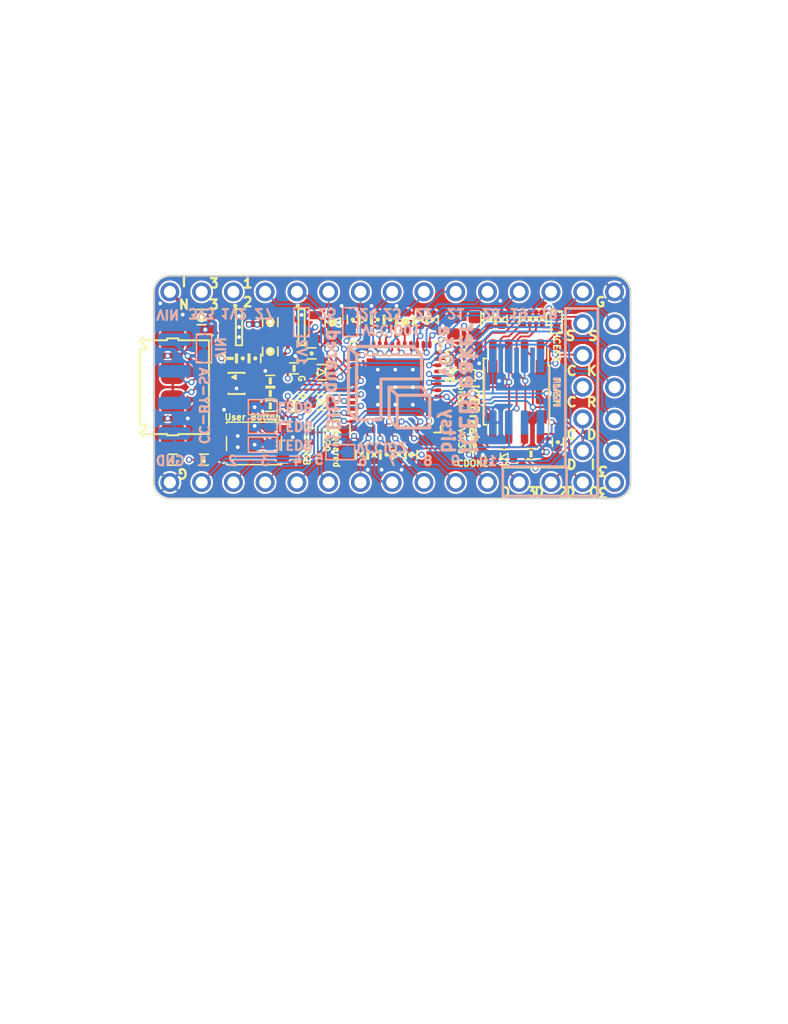
<source format=kicad_pcb>
(kicad_pcb (version 20221018) (generator pcbnew)
  (title_block (title "iCEBreaker-bitsy") (rev "V0.3a") (company "1BitSquared") (comment 1 "(C) 2018-2020 Piotr Esden-Tempski <piotr@1bitsquared.com>") (comment 2 "(C) 2018-2020 1BitSquared <info@1bitsquared.com>") (comment 3 "License: CC-BY-SA 4.0"))
  (layers (0 "F.Cu" signal) (1 "In1.Cu" signal) (2 "In2.Cu" signal) (31 "B.Cu" signal) (34 "B.Paste" user) (35 "F.Paste" user) (36 "B.SilkS" user "B.Silkscreen") (37 "F.SilkS" user "F.Silkscreen") (38 "B.Mask" user) (39 "F.Mask" user) (44 "Edge.Cuts" user))
  (net 0 "")
  (net 1 "/~{LEDG}")
  (net 2 "+3V3")
  (net 3 "/iCE_SS_B")
  (net 4 "+1V2")
  (net 5 "/~{BUTTON}")
  (net 6 "/~{LEDR}")
  (net 7 "GND")
  (net 8 "Net-(R7-Pad2)")
  (net 9 "Net-(C3-Pad1)")
  (net 10 "+5V")
  (net 11 "Net-(C11-Pad1)")
  (net 12 "/iCE_SCK")
  (net 13 "/iCE_CDONE")
  (net 14 "/iCE_CRESET")
  (net 15 "Net-(C24-Pad1)")
  (net 16 "/~{LED_RED}")
  (net 17 "/~{LED_GRN}")
  (net 18 "/~{LED_BLU}")
  (net 19 "/shield")
  (net 20 "Net-(D4-PadA)")
  (net 21 "Net-(D5-PadA)")
  (net 22 "Net-(C35-Pad1)")
  (net 23 "Net-(C39-Pad1)")
  (net 24 "/CLK")
  (net 25 "/USB_N")
  (net 26 "/xUD-")
  (net 27 "/USB_P")
  (net 28 "/xUD+")
  (net 29 "/USB_DET")
  (net 30 "/IOB_0A")
  (net 31 "/IOB_3B_G6")
  (net 32 "/IOB_2A")
  (net 33 "/IOT_38B")
  (net 34 "/IOB_23B")
  (net 35 "/IOB_31B")
  (net 36 "/IOB_29B")
  (net 37 "/IOB_25B_G3")
  (net 38 "/IOB_16A")
  (net 39 "/IOB_13B")
  (net 40 "/IOT_48B")
  (net 41 "/IOT_44B")
  (net 42 "/IOT_43A")
  (net 43 "/IOT_37A")
  (net 44 "/IOT_39A")
  (net 45 "/IOT_41A")
  (net 46 "/IOT_42B")
  (net 47 "/IOB_4A")
  (net 48 "/IOB_5B")
  (net 49 "/IOB_6A")
  (net 50 "/IOB_8A")
  (net 51 "/IOB_9B")
  (net 52 "/iUD+")
  (net 53 "/iUD-")
  (net 54 "/IOT_36B")
  (net 55 "/ICEVCC")
  (net 56 "/VCCIO_2")
  (net 57 "/VCCIO_01")
  (net 58 "/FLASH_MOSI-IO0")
  (net 59 "/FLASH_MISO-IO1")
  (net 60 "/FLASH_~{WP}-IO2")
  (net 61 "/FLASH_~{HLD}-~{RST}-IO3")
  (net 62 "Net-(D1-Pad2)")
  (net 63 "Net-(D1-Pad3)")
  (net 64 "Net-(D1-Pad4)")
  (net 65 "/FLASH_SS")
  (net 66 "/UVBUS")
  (footprint "pkl_connectors:Connector_USB_Micro_B_SMD" (layer "F.Cu") (at 31.5 47.5 180)
    (fp_text reference "P1")
    (fp_text value "USB_OTG")
  )
  (footprint "pkl_dipol:R_Array_Convex_4x0402" (layer "F.Cu") (at 60.3 42 180)
    (fp_text reference "R11")
    (fp_text value "10k")
  )
  (footprint "pkl_dipol:C_0402" (layer "F.Cu") (at 47.9 42.1 90)
    (fp_text reference "C25")
    (fp_text value "100n")
  )
  (footprint "pkl_dipol:C_0402" (layer "F.Cu") (at 48.9 42.1 90)
    (fp_text reference "C28")
    (fp_text value "10n")
  )
  (footprint "pkl_dipol:R_0402" (layer "F.Cu") (at 50.6 52.9 90)
    (fp_text reference "R19")
    (fp_text value "10k")
  )
  (footprint "pkl_dipol:C_0603" (layer "F.Cu") (at 39.3 42.3 -90)
    (fp_text reference "C5")
    (fp_text value "4u7")
  )
  (footprint "pkl_dipol:C_0402" (layer "F.Cu") (at 48.6 52.9 -90)
    (fp_text reference "C37")
    (fp_text value "100n")
  )
  (footprint "pkl_dipol:R_0402" (layer "F.Cu") (at 36.1 45.2 90)
    (fp_text reference "R3")
    (fp_text value "10k")
  )
  (footprint "pkl_dipol:C_0402" (layer "F.Cu") (at 37.1 45.2 -90)
    (fp_text reference "C39")
    (fp_text value "1u")
  )
  (footprint "pkl_dipol:C_0402" (layer "F.Cu") (at 47.6 52.9 -90)
    (fp_text reference "C38")
    (fp_text value "10n")
  )
  (footprint "pkl_buttons_switches:SW_SPST_3x4x2.5" (layer "F.Cu") (at 38 52 180)
    (fp_text reference "SW1")
    (fp_text value "TACT")
  )
  (footprint "pkl_dipol:R_0402" (layer "F.Cu") (at 39.3 47 180)
    (fp_text reference "R4")
    (fp_text value "22E")
  )
  (footprint "pkl_dipol:R_0402" (layer "F.Cu") (at 39.3 49 180)
    (fp_text reference "R2")
    (fp_text value "1k5")
  )
  (footprint "pkl_dipol:R_0402" (layer "F.Cu") (at 56.8 42.1 90)
    (fp_text reference "R7")
    (fp_text value "10k")
  )
  (footprint "pkl_pin_headers:Pin_Header_Straight_Round_1x01" (layer "F.Cu") (at 33.81 39.88)
    (fp_text reference "J1" hide)
    (fp_text value "Conn_01x01" hide)
  )
  (footprint "pkl_pin_headers:Pin_Header_Straight_Round_1x01" (layer "F.Cu") (at 51.59 55.12)
    (fp_text reference "J13" hide)
    (fp_text value "Conn_01x01" hide)
  )
  (footprint "pkl_pin_headers:Pin_Header_Straight_Round_1x01" (layer "F.Cu") (at 64.29 44.96)
    (fp_text reference "J22" hide)
    (fp_text value "Conn_01x01" hide)
  )
  (footprint "pkl_pin_headers:Pin_Header_Straight_Round_1x01" (layer "F.Cu") (at 64.29 42.42)
    (fp_text reference "J21" hide)
    (fp_text value "Conn_01x01" hide)
  )
  (footprint "pkl_pin_headers:Pin_Header_Straight_Round_1x01" (layer "F.Cu") (at 49.05 55.12)
    (fp_text reference "J20" hide)
    (fp_text value "Conn_01x01" hide)
  )
  (footprint "pkl_pin_headers:Pin_Header_Straight_Round_1x01" (layer "F.Cu") (at 46.51 55.12)
    (fp_text reference "J12" hide)
    (fp_text value "Conn_01x01" hide)
  )
  (footprint "pkl_pin_headers:Pin_Header_Straight_Round_1x01" (layer "F.Cu") (at 36.35 55.12)
    (fp_text reference "J11" hide)
    (fp_text value "Conn_01x01" hide)
  )
  (footprint "pkl_pin_headers:Pin_Header_Straight_Round_1x01" (layer "F.Cu") (at 43.97 55.12)
    (fp_text reference "J10" hide)
    (fp_text value "Conn_01x01" hide)
  )
  (footprint "pkl_pin_headers:Pin_Header_Straight_Round_1x01" (layer "F.Cu") (at 33.81 55.12)
    (fp_text reference "J9" hide)
    (fp_text value "Conn_01x01" hide)
  )
  (footprint "pkl_pin_headers:Pin_Header_Straight_Round_1x01" (layer "F.Cu") (at 38.89 55.12)
    (fp_text reference "J7" hide)
    (fp_text value "Conn_01x01" hide)
  )
  (footprint "pkl_pin_headers:Pin_Header_Straight_Round_1x01" (layer "F.Cu") (at 66.83 39.88)
    (fp_text reference "J6" hide)
    (fp_text value "Conn_01x01" hide)
  )
  (footprint "pkl_pin_headers:Pin_Header_Straight_Round_1x01" (layer "F.Cu") (at 31.27 55.12)
    (fp_text reference "J5" hide)
    (fp_text value "Conn_01x01" hide)
  )
  (footprint "pkl_pin_headers:Pin_Header_Straight_Round_1x01" (layer "F.Cu") (at 31.27 39.88)
    (fp_text reference "J4" hide)
    (fp_text value "Conn_01x01" hide)
  )
  (footprint "pkl_pin_headers:Pin_Header_Straight_Round_1x01" (layer "F.Cu") (at 36.35 39.88)
    (fp_text reference "J3" hide)
    (fp_text value "Conn_01x01" hide)
  )
  (footprint "pkl_pin_headers:Pin_Header_Straight_Round_1x01" (layer "F.Cu") (at 66.83 55.12)
    (fp_text reference "J2" hide)
    (fp_text value "Conn_01x01" hide)
  )
  (footprint "pkl_pin_headers:Pin_Header_Straight_Round_1x01" (layer "F.Cu") (at 41.43 55.12)
    (fp_text reference "J8" hide)
    (fp_text value "Conn_01x01" hide)
  )
  (footprint "pkl_pin_headers:Pin_Header_Straight_Round_1x01" (layer "F.Cu") (at 59.21 39.88)
    (fp_text reference "J31" hide)
    (fp_text value "Conn_01x01" hide)
  )
  (footprint "pkl_pin_headers:Pin_Header_Straight_Round_1x01" (layer "F.Cu") (at 66.83 44.96)
    (fp_text reference "J49" hide)
    (fp_text value "Conn_01x01" hide)
  )
  (footprint "pkl_pin_headers:Pin_Header_Straight_Round_1x01" (layer "F.Cu") (at 66.83 52.58)
    (fp_text reference "J48" hide)
    (fp_text value "Conn_01x01" hide)
  )
  (footprint "pkl_pin_headers:Pin_Header_Straight_Round_1x01" (layer "F.Cu") (at 66.83 50.04)
    (fp_text reference "J47" hide)
    (fp_text value "Conn_01x01" hide)
  )
  (footprint "pkl_pin_headers:Pin_Header_Straight_Round_1x01" (layer "F.Cu") (at 66.83 47.5)
    (fp_text reference "J46" hide)
    (fp_text value "Conn_01x01" hide)
  )
  (footprint "pkl_pin_headers:Pin_Header_Straight_Round_1x01" (layer "F.Cu") (at 56.67 55.12)
    (fp_text reference "J45" hide)
    (fp_text value "Conn_01x01" hide)
  )
  (footprint "pkl_pin_headers:Pin_Header_Straight_Round_1x01" (layer "F.Cu") (at 54.13 55.12)
    (fp_text reference "J44" hide)
    (fp_text value "Conn_01x01" hide)
  )
  (footprint "pkl_pin_headers:Pin_Header_Straight_Round_1x01" (layer "F.Cu") (at 38.89 39.88)
    (fp_text reference "J43" hide)
    (fp_text value "Conn_01x01" hide)
  )
  (footprint "pkl_pin_headers:Pin_Header_Straight_Round_1x01" (layer "F.Cu") (at 41.43 39.88)
    (fp_text reference "J42" hide)
    (fp_text value "Conn_01x01" hide)
  )
  (footprint "pkl_pin_headers:Pin_Header_Straight_Round_1x01" (layer "F.Cu") (at 43.97 39.88)
    (fp_text reference "J41" hide)
    (fp_text value "Conn_01x01" hide)
  )
  (footprint "pkl_pin_headers:Pin_Header_Straight_Round_1x01" (layer "F.Cu") (at 64.29 39.88)
    (fp_text reference "J29" hide)
    (fp_text value "Conn_01x01" hide)
  )
  (footprint "pkl_pin_headers:Pin_Header_Straight_Round_1x01" (layer "F.Cu") (at 46.51 39.88)
    (fp_text reference "J37" hide)
    (fp_text value "Conn_01x01" hide)
  )
  (footprint "pkl_pin_headers:Pin_Header_Straight_Round_1x01" (layer "F.Cu") (at 49.05 39.88)
    (fp_text reference "J36" hide)
    (fp_text value "Conn_01x01" hide)
  )
  (footprint "pkl_pin_headers:Pin_Header_Straight_Round_1x01" (layer "F.Cu") (at 51.59 39.88)
    (fp_text reference "J35" hide)
    (fp_text value "Conn_01x01" hide)
  )
  (footprint "pkl_pin_headers:Pin_Header_Straight_Round_1x01" (layer "F.Cu") (at 66.83 42.42)
    (fp_text reference "J30" hide)
    (fp_text value "Conn_01x01" hide)
  )
  (footprint "pkl_pin_headers:Pin_Header_Straight_Round_1x01" (layer "F.Cu") (at 61.75 39.88)
    (fp_text reference "J32" hide)
    (fp_text value "Conn_01x01" hide)
  )
  (footprint "pkl_pin_headers:Pin_Header_Straight_Round_1x01" (layer "F.Cu") (at 56.67 39.88)
    (fp_text reference "J33" hide)
    (fp_text value "Conn_01x01" hide)
  )
  (footprint "pkl_pin_headers:Pin_Header_Straight_Round_1x01" (layer "F.Cu") (at 54.13 39.88)
    (fp_text reference "J34" hide)
    (fp_text value "Conn_01x01" hide)
  )
  (footprint "pkl_pin_headers:Pin_Header_Straight_Round_1x01" (layer "F.Cu") (at 61.75 55.12)
    (fp_text reference "J25" hide)
    (fp_text value "Conn_01x01" hide)
  )
  (footprint "pkl_pin_headers:Pin_Header_Straight_Round_1x01" (layer "F.Cu") (at 64.29 47.5)
    (fp_text reference "J28" hide)
    (fp_text value "Conn_01x01" hide)
  )
  (footprint "pkl_pin_headers:Pin_Header_Straight_Round_1x01" (layer "F.Cu") (at 64.29 50.04)
    (fp_text reference "J27" hide)
    (fp_text value "Conn_01x01" hide)
  )
  (footprint "pkl_pin_headers:Pin_Header_Straight_Round_1x01" (layer "F.Cu") (at 64.29 52.58)
    (fp_text reference "J23" hide)
    (fp_text value "Conn_01x01" hide)
  )
  (footprint "pkl_pin_headers:Pin_Header_Straight_Round_1x01" (layer "F.Cu") (at 64.29 55.12)
    (fp_text reference "J24" hide)
    (fp_text value "Conn_01x01" hide)
  )
  (footprint "pkl_pin_headers:Pin_Header_Straight_Round_1x01" (layer "F.Cu") (at 59.21 55.12)
    (fp_text reference "J26" hide)
    (fp_text value "Conn_01x01" hide)
  )
  (footprint "pkl_dipol:C_0402" (layer "F.Cu") (at 49.6 52.9 -90)
    (fp_text reference "C36")
    (fp_text value "1u")
  )
  (footprint "pkl_dipol:C_0603" (layer "F.Cu") (at 39.3 44.65 90)
    (fp_text reference "C8")
    (fp_text value "4u7")
  )
  (footprint "pkl_dipol:C_0402" (layer "F.Cu") (at 62.3 51.9 -90)
    (fp_text reference "C22")
    (fp_text value "100n")
  )
  (footprint "pkl_dipol:D_0603" (layer "F.Cu") (at 58 53.1)
    (fp_text reference "D3")
    (fp_text value "BLU")
  )
  (footprint "pkl_housings_sot:SOT-666" (layer "F.Cu") (at 36.6 47.2 180)
    (fp_text reference "U1")
    (fp_text value "USBLC6-2")
  )
  (footprint "pkl_dipol:R_0402" (layer "F.Cu") (at 41.2 49 180)
    (fp_text reference "R15")
    (fp_text value "330E")
  )
  (footprint "pkl_dipol:D_0603" (layer "F.Cu") (at 43.4 48.7 180)
    (fp_text reference "D5")
    (fp_text value "RED")
  )
  (footprint "pkl_housings_sot:SOT-23-5" (layer "F.Cu") (at 36.8 42.7 180)
    (fp_text reference "U2")
    (fp_text value "3.3V")
  )
  (footprint "pkl_housings_sot:SOT-23-5" (layer "F.Cu") (at 41.8 42.7 180)
    (fp_text reference "U3")
    (fp_text value "1V2")
  )
  (footprint "pkl_housings_dfn_qfn:QFN-48-1EP_7x7mm_Pitch0.5mm" (layer "F.Cu") (at 49.3 47.5 180)
    (fp_text reference "U6")
    (fp_text value "ICE5LP4K-SG48")
  )
  (footprint "pkl_dipol:R_0402" (layer "F.Cu") (at 31.5 53.3)
    (fp_text reference "R1")
    (fp_text value "1M")
  )
  (footprint "pkl_dipol:R_0402" (layer "F.Cu") (at 39.3 48 180)
    (fp_text reference "R6")
    (fp_text value "22E")
  )
  (footprint "pkl_dipol:R_0402" (layer "F.Cu") (at 51.3 42.1 90)
    (fp_text reference "R10")
    (fp_text value "100E")
  )
  (footprint "pkl_dipol:R_0402" (layer "F.Cu") (at 34 53.3 180)
    (fp_text reference "R13")
    (fp_text value "10k")
  )
  (footprint "pkl_dipol:R_0402" (layer "F.Cu") (at 41.2 46 180)
    (fp_text reference "R14")
    (fp_text value "330E")
  )
  (footprint "pkl_dipol:D_0603" (layer "F.Cu") (at 43.4 46.3 180)
    (fp_text reference "D4")
    (fp_text value "GRN")
  )
  (footprint "pkl_dipol:C_0603" (layer "F.Cu") (at 44.3 42.3 90)
    (fp_text reference "C15")
    (fp_text value "4u7")
  )
  (footprint "pkl_dipol:C_0603" (layer "F.Cu") (at 33.8 41.9 180)
    (fp_text reference "C2")
    (fp_text value "4u7")
  )
  (footprint "pkl_dipol:C_0603" (layer "F.Cu") (at 50.1 42.3 90)
    (fp_text reference "C24")
    (fp_text value "10u")
  )
  (footprint "pkl_dipol:C_0402" (layer "F.Cu") (at 42.6 44.8 180)
    (fp_text reference "C11")
    (fp_text value "10n")
  )
  (footprint "pkl_dipol:C_0402" (layer "F.Cu") (at 45.9 42.1 90)
    (fp_text reference "C30")
    (fp_text value "100n")
  )
  (footprint "pkl_dipol:C_0402" (layer "F.Cu") (at 54.8 44.55)
    (fp_text reference "C31")
    (fp_text value "100n")
  )
  (footprint "pkl_dipol:C_0402" (layer "F.Cu") (at 46.6 52.9 90)
    (fp_text reference "C27")
    (fp_text value "100n")
  )
  (footprint "pkl_dipol:C_0402" (layer "F.Cu") (at 52.3 42.1 90)
    (fp_text reference "C26")
    (fp_text value "100n")
  )
  (footprint "pkl_dipol:C_0402" (layer "F.Cu") (at 38.1 45.2 -90)
    (fp_text reference "C3")
    (fp_text value "10n")
  )
  (footprint "pkl_dipol:C_0402" (layer "F.Cu") (at 46.9 42.1 90)
    (fp_text reference "C23")
    (fp_text value "1u")
  )
  (footprint "pkl_dipol:C_0402" (layer "F.Cu") (at 54.8 45.55)
    (fp_text reference "C35")
    (fp_text value "DNP")
  )
  (footprint "pkl_led:LED_TRI_1010" (layer "F.Cu") (at 42.2 51.5 -90)
    (fp_text reference "D1")
    (fp_text value "FC-B1010RGBT-HG")
  )
  (footprint "pkl_jumpers:J_NC_0402_15" (layer "F.Cu") (at 54.8 46.55 180)
    (fp_text reference "J40")
    (fp_text value "Jumper")
  )
  (footprint "pkl_misc:Oscillator_SMD_SCTF_S2DXX-4Pin_2.5x2.0mm" (layer "F.Cu") (at 54.8 42.6 180)
    (fp_text reference "X1")
    (fp_text value "DSC6101CI1A-012.0000T")
  )
  (footprint "pkl_jumpers:J_NC_0402_15" (layer "F.Cu") (at 62.2 42.3 90)
    (fp_text reference "J18")
    (fp_text value "Jumper")
  )
  (footprint "pkl_dipol:C_0402" (layer "F.Cu") (at 57.8 42.1 90)
    (fp_text reference "C4")
    (fp_text value "100n")
  )
  (footprint "pkl_dipol:R_0402" (layer "F.Cu") (at 60.15 52.85 180)
    (fp_text reference "R12")
    (fp_text value "2k2")
  )
  (footprint "pkl_housings_soic:SOIC-8_5.3x5.3mm_Pitch1.27mm" (layer "F.Cu") (at 59 47.85 -90)
    (fp_text reference "U5")
    (fp_text value "W25Q")
  )
  (footprint "pkl_logos:1b2_Logo_SilkS_6.5mm" (layer "B.Cu") (at 48.8 47.5 90)
    (fp_text reference "REF**" hide)
    (fp_text value "1b2_Logo_SilkS_6.5mm" hide)
  )
  (footprint "pkl_jumpers:J_NC_0603_30" (layer "B.Cu") (at 45.7 42.3 90)
    (fp_text reference "J19")
    (fp_text value "Jumper")
  )
  (footprint "pkl_jumpers:J_NC_0603_30" (layer "B.Cu") (at 44.9 52.7 180)
    (fp_text reference "J17")
    (fp_text value "Jumper")
  )
  (footprint "pkl_jumpers:J_NC_0603_30" (layer "B.Cu") (at 41.8 42.3 90)
    (fp_text reference "J14")
    (fp_text value "Jumper")
  )
  (footprint "pkl_pads:PAD_SMD_1x2.65" (layer "B.Cu") (at 31.637216 48.77)
    (fp_text reference "P4" hide)
    (fp_text value "UP" hide)
  )
  (footprint "pkl_pads:PAD_SMD_1x2.65" (layer "B.Cu") (at 31.637216 46.23)
    (fp_text reference "P3" hide)
    (fp_text value "UP" hide)
  )
  (footprint "pkl_pads:PAD_SMD_1x2.65" (layer "B.Cu") (at 31.637216 43.69)
    (fp_text reference "P2" hide)
    (fp_text value "UP" hide)
  )
  (footprint "pkl_pads:PAD_SMD_1x2.65" (layer "B.Cu") (at 31.637216 51.196445)
    (fp_text reference "P5" hide)
    (fp_text value "UP" hide)
  )
  (footprint "pkl_jumpers:J_NC_0603_30" (layer "B.Cu") (at 34 44.4 90)
    (fp_text reference "J38")
    (fp_text value "Jumper")
  )
  (footprint "pkl_jumpers:J_NC_0603_30" (layer "B.Cu") (at 38.7 49.1 180)
    (fp_text reference "J15")
    (fp_text value "Jumper")
  )
  (footprint "pkl_jumpers:J_NC_0603_30" (layer "B.Cu") (at 38.7 50.6 180)
    (fp_text reference "J16")
    (fp_text value "Jumper")
  )
  (footprint "pkl_jumpers:J_NC_0603_30" (layer "B.Cu") (at 38.7 52.1 180)
    (fp_text reference "J39")
    (fp_text value "Jumper")
  )
  (footprint "Package_SO:SOIC-8_3.9x4.9mm_P1.27mm" (layer "B.Cu") (at 59 47.85 90)
    (fp_text reference "U4")
    (fp_text value "LY68L6400")
  )
  (gr_line (start 62.9 45.9) (end 62.9 53.8) (stroke (width 0.2)) (layer "B.SilkS"))
  (gr_line (start 62.840001 53.841569) (end 57.9 53.841569) (stroke (width 0.2)) (layer "B.SilkS"))
  (gr_line (start 62.9 45.9) (end 62.9 41.2) (stroke (width 0.2)) (layer "B.SilkS"))
  (gr_line (start 65.5 41.2) (end 65.5 56.2) (stroke (width 0.2)) (layer "B.SilkS"))
  (gr_line (start 57.9 56.2) (end 57.9 53.9) (stroke (width 0.2)) (layer "B.SilkS"))
  (gr_line (start 65.5 56.2) (end 57.9 56.2) (stroke (width 0.2)) (layer "B.SilkS"))
  (gr_line (start 62.9 41.2) (end 65.5 41.2) (stroke (width 0.2)) (layer "B.SilkS"))
  (gr_line (start 63 53.8) (end 63 56.2) (stroke (width 0.2)) (layer "B.SilkS"))
  (gr_line (start 57.9 53.9) (end 57.9 56.2) (stroke (width 0.2)) (layer "F.SilkS"))
  (gr_line (start 63 56.2) (end 63 53.9) (stroke (width 0.2)) (layer "F.SilkS"))
  (gr_line (start 57.9 53.9) (end 63 53.9) (stroke (width 0.2)) (layer "F.SilkS"))
  (gr_line (start 62.9 41.2) (end 62.9 53.9) (stroke (width 0.2)) (layer "F.SilkS"))
  (gr_line (start 65.5 41.2) (end 62.9 41.2) (stroke (width 0.2)) (layer "F.SilkS"))
  (gr_line (start 65.5 56.2) (end 65.5 41.2) (stroke (width 0.2)) (layer "F.SilkS"))
  (gr_line (start 63 56.2) (end 65.5 56.2) (stroke (width 0.2)) (layer "F.SilkS"))
  (gr_line (start 57.9 56.2) (end 63 56.2) (stroke (width 0.2)) (layer "F.SilkS"))
  (gr_arc (start 31.3 56.4) (mid 30.380761 56.019239) (end 30 55.1) (stroke (width 0.15)) (layer "Edge.Cuts"))
  (gr_line (start 30 55.1) (end 30 39.9) (stroke (width 0.15)) (layer "Edge.Cuts"))
  (gr_line (start 68.1 39.9) (end 68.1 55.1) (stroke (width 0.15)) (layer "Edge.Cuts"))
  (gr_arc (start 30 39.9) (mid 30.380761 38.980761) (end 31.3 38.6) (stroke (width 0.15)) (layer "Edge.Cuts"))
  (gr_arc (start 68.1 55.1) (mid 67.719239 56.019239) (end 66.8 56.4) (stroke (width 0.15)) (layer "Edge.Cuts"))
  (gr_line (start 31.3 38.6) (end 66.8 38.6) (stroke (width 0.15)) (layer "Edge.Cuts"))
  (gr_arc (start 66.8 38.6) (mid 67.719239 38.980761) (end 68.1 39.9) (stroke (width 0.15)) (layer "Edge.Cuts"))
  (gr_line (start 66.8 56.4) (end 31.3 56.4) (stroke (width 0.15)) (layer "Edge.Cuts"))
  (gr_text "iCEBreaker" (at 55.1 47.6 270) (layer "B.SilkS") (effects (font (size 1.3 1.3) (thickness 0.3)) (justify mirror)))
  (gr_text "V0.3a" (at 53.3 44.6 270) (layer "B.SilkS") (effects (font (size 1 1) (thickness 0.25)) (justify mirror)))
  (gr_text "VCCIO2" (at 48.2 52.3 180) (layer "B.SilkS") (effects (font (size 0.75 0.75) (thickness 0.1875)) (justify mirror)))
  (gr_text "1BitSquared" (at 44.3 47.4 270) (layer "B.SilkS") (effects (font (size 1 1) (thickness 0.25)) (justify mirror)))
  (gr_text "1V2" (at 41.8 44.7 270) (layer "B.SilkS") (effects (font (size 0.75 0.75) (thickness 0.1875)) (justify mirror)))
  (gr_text "VIN" (at 35.3 44.4 270) (layer "B.SilkS") (effects (font (size 0.75 0.75) (thickness 0.1875)) (justify mirror)))
  (gr_text "bitsy" (at 53.5 51 270) (layer "B.SilkS") (effects (font (size 1 1) (thickness 0.25)) (justify mirror)))
  (gr_text "CC-BY-SA" (at 34 49 270) (layer "B.SilkS") (effects (font (size 0.75 0.75) (thickness 0.1875)) (justify mirror)))
  (gr_text "1" (at 33.8 53.4) (layer "B.SilkS") (effects (font (size 0.75 0.75) (thickness 0.1875)) (justify mirror)))
  (gr_text "2" (at 36.3 53.4) (layer "B.SilkS") (effects (font (size 0.75 0.75) (thickness 0.1875)) (justify mirror)))
  (gr_text "3" (at 38.9 53.4) (layer "B.SilkS") (effects (font (size 0.75 0.75) (thickness 0.1875)) (justify mirror)))
  (gr_text "4" (at 41.5 53.4) (layer "B.SilkS") (effects (font (size 0.75 0.75) (thickness 0.1875)) (justify mirror)))
  (gr_text "6" (at 46.7 53.4) (layer "B.SilkS") (effects (font (size 0.75 0.75) (thickness 0.1875)) (justify mirror)))
  (gr_text "7" (at 49.1 53.4) (layer "B.SilkS") (effects (font (size 0.75 0.75) (thickness 0.1875)) (justify mirror)))
  (gr_text "8" (at 51.9 53.4) (layer "B.SilkS") (effects (font (size 0.75 0.75) (thickness 0.1875)) (justify mirror)))
  (gr_text "18" (at 62.4 41.6 180) (layer "B.SilkS") (effects (font (size 0.75 0.75) (thickness 0.1875)) (justify right mirror)))
  (gr_text "19" (at 60 41.6 180) (layer "B.SilkS") (effects (font (size 0.75 0.75) (thickness 0.1875)) (justify right mirror)))
  (gr_text "20" (at 57.8 41.6 180) (layer "B.SilkS") (effects (font (size 0.75 0.75) (thickness 0.1875)) (justify right mirror)))
  (gr_text "22" (at 52.4 41.6 180) (layer "B.SilkS") (effects (font (size 0.75 0.75) (thickness 0.1875)) (justify right mirror)))
  (gr_text "23" (at 49.9 41.6 180) (layer "B.SilkS") (effects (font (size 0.75 0.75) (thickness 0.1875)) (justify right mirror)))
  (gr_text "24" (at 48 41.6 180) (layer "B.SilkS") (effects (font (size 0.75 0.75) (thickness 0.1875)) (justify right mirror)))
  (gr_text "27" (at 39.6 41.6 180) (layer "B.SilkS") (effects (font (size 0.75 0.75) (thickness 0.1875)) (justify right mirror)))
  (gr_text "1V2" (at 36.4 41.6 180) (layer "B.SilkS") (effects (font (size 0.75 0.75) (thickness 0.1875)) (justify mirror)))
  (gr_text "3V3" (at 33.8 41.6 180) (layer "B.SilkS") (effects (font (size 0.75 0.75) (thickness 0.1875)) (justify mirror)))
  (gr_text "25" (at 44.7 41.6 180) (layer "B.SilkS") (effects (font (size 0.75 0.75) (thickness 0.1875)) (justify right mirror)))
  (gr_text "VIN" (at 31.1 41.7 180) (layer "B.SilkS") (effects (font (size 0.75 0.75) (thickness 0.1875)) (justify mirror)))
  (gr_text "5" (at 43.2 53.3) (layer "B.SilkS") (effects (font (size 0.75 0.75) (thickness 0.1875)) (justify mirror)))
  (gr_text "9" (at 54.1 53.4) (layer "B.SilkS") (effects (font (size 0.75 0.75) (thickness 0.1875)) (justify mirror)))
  (gr_text "10" (at 56.7 53.4) (layer "B.SilkS") (effects (font (size 0.75 0.75) (thickness 0.1875)) (justify mirror)))
  (gr_text "21" (at 55 41.6 180) (layer "B.SilkS") (effects (font (size 0.75 0.75) (thickness 0.1875)) (justify right mirror)))
  (gr_text "PSRAM" (at 62.2 47.9 270) (layer "B.SilkS") (effects (font (size 0.5 0.5) (thickness 0.125)) (justify mirror)))
  (gr_text "LEDB" (at 41.3 49.1 180) (layer "B.SilkS") (effects (font (size 0.75 0.75) (thickness 0.1875)) (justify mirror)))
  (gr_text "LEDG" (at 41.3 50.6 180) (layer "B.SilkS") (effects (font (size 0.75 0.75) (thickness 0.1875)) (justify mirror)))
  (gr_text "LEDR" (at 41.3 52.1 180) (layer "B.SilkS") (effects (font (size 0.75 0.75) (thickness 0.1875)) (justify mirror)))
  (gr_text "VCCIO01" (at 49 42.9 180) (layer "B.SilkS") (effects (font (size 0.75 0.75) (thickness 0.1875)) (justify mirror)))
  (gr_text "GND" (at 31.3 53.4) (layer "B.SilkS") (effects (font (size 0.75 0.75) (thickness 0.1875)) (justify mirror)))
  (gr_text "CDONE" (at 55.5 53.6) (layer "F.SilkS") (effects (font (size 0.5 0.5) (thickness 0.125))))
  (gr_text "1Bitsquared\n2020" (at 44.2 51.7 270) (layer "F.SilkS") (effects (font (size 0.5 0.5) (thickness 0.125))))
  (gr_text "V0.3a" (at 54.6 51.8 270) (layer "F.SilkS") (effects (font (size 0.5 0.5) (thickness 0.125))))
  (gr_text "bitsy" (at 54.6 48.2 270) (layer "F.SilkS") (effects (font (size 0.5 0.5) (thickness 0.125))))
  (gr_text "R" (at 41.8 48.2 270) (layer "F.SilkS") (effects (font (size 0.5 0.5) (thickness 0.125))))
  (gr_text "G" (at 41.8 46.8 270) (layer "F.SilkS") (effects (font (size 0.5 0.5) (thickness 0.125))))
  (gr_text "User Button" (at 37.9 49.9) (layer "F.SilkS") (effects (font (size 0.5 0.5) (thickness 0.125))))
  (gr_text "FLASH" (at 62.2 47.9 270) (layer "F.SilkS") (effects (font (size 0.5 0.5) (thickness 0.125))))
  (gr_text "ICESS" (at 62.2 44.4 270) (layer "F.SilkS") (effects (font (size 0.5 0.5) (thickness 0.125))))
  (gr_text "G" (at 32.3 54.4 180) (layer "F.SilkS") (effects (font (size 0.75 0.75) (thickness 0.1875))))
  (gr_text "N" (at 32.4 40.9) (layer "F.SilkS") (effects (font (size 0.75 0.75) (thickness 0.1875))))
  (gr_text "3" (at 34.8 40.9) (layer "F.SilkS") (effects (font (size 0.75 0.75) (thickness 0.1875))))
  (gr_text "2" (at 37.5 40.7) (layer "F.SilkS") (effects (font (size 0.75 0.75) (thickness 0.1875))))
  (gr_text "1" (at 37.5 39.2) (layer "F.SilkS") (effects (font (size 0.75 0.75) (thickness 0.1875))))
  (gr_text "3" (at 34.8 39.2) (layer "F.SilkS") (effects (font (size 0.75 0.75) (thickness 0.1875))))
  (gr_text "G" (at 65.7 40.7) (layer "F.SilkS") (effects (font (size 0.75 0.75) (thickness 0.1875))))
  (gr_text "I" (at 32.4 39.1) (layer "F.SilkS") (effects (font (size 0.75 0.75) (thickness 0.1875))))
  (gr_text "3" (at 65.9 55.9 180) (layer "F.SilkS") (effects (font (size 0.75 0.75) (thickness 0.1875))))
  (gr_text "3" (at 65.9 54.2 180) (layer "F.SilkS") (effects (font (size 0.75 0.75) (thickness 0.1875))))
  (gr_text "S" (at 63.3 43.4) (layer "F.SilkS") (effects (font (size 0.75 0.75) (thickness 0.1875))))
  (gr_text "S" (at 65.1 43.4) (layer "F.SilkS") (effects (font (size 0.75 0.75) (thickness 0.1875))))
  (gr_text "C" (at 63.4 46.2) (layer "F.SilkS") (effects (font (size 0.75 0.75) (thickness 0.1875))))
  (gr_text "K" (at 65 46.2) (layer "F.SilkS") (effects (font (size 0.75 0.75) (thickness 0.1875))))
  (gr_text "C" (at 63.4 51.3) (layer "F.SilkS") (effects (font (size 0.75 0.75) (thickness 0.1875))))
  (gr_text "D" (at 65 51.3) (layer "F.SilkS") (effects (font (size 0.75 0.75) (thickness 0.1875))))
  (gr_text "D" (at 63.4 53.7) (layer "F.SilkS") (effects (font (size 0.75 0.75) (thickness 0.1875))))
  (gr_text "I" (at 65.1 53.7) (layer "F.SilkS") (effects (font (size 0.75 0.75) (thickness 0.1875))))
  (gr_text "D" (at 63.3 55.9) (layer "F.SilkS") (effects (font (size 0.75 0.75) (thickness 0.1875))))
  (gr_text "O" (at 65.2 55.9) (layer "F.SilkS") (effects (font (size 0.75 0.75) (thickness 0.1875))))
  (gr_text "C" (at 63.4 48.7) (layer "F.SilkS") (effects (font (size 0.75 0.75) (thickness 0.1875))))
  (gr_text "R" (at 65 48.7) (layer "F.SilkS") (effects (font (size 0.75 0.75) (thickness 0.1875))))
  (gr_text "RGB" (at 42.2 53 270) (layer "F.SilkS") (effects (font (size 0.5 0.5) (thickness 0.125))))
  (gr_text "vpp2v5" (at 53.5 45.8 270) (layer "F.SilkS") (effects (font (size 0.5 0.5) (thickness 0.125))))
  (gr_text "D" (at 60.8 55.9) (layer "F.SilkS") (effects (font (size 0.75 0.75) (thickness 0.1875))))
  (gr_text "D" (at 58.1 55.9) (layer "F.SilkS") (effects (font (size 0.75 0.75) (thickness 0.1875))))
  (gr_text "2" (at 62.7 55.9) (layer "F.SilkS") (effects (font (size 0.75 0.75) (thickness 0.1875))))
  (gr_text "3" (at 60.2 55.9) (layer "F.SilkS") (effects (font (size 0.75 0.75) (thickness 0.1875))))
  (gr_text "iCEBreaker" (at 55.6 50.1 270) (layer "F.SilkS") (effects (font (size 0.7 0.7) (thickness 0.175))))
  (segment (start 44.15 46.3) (end 44.55 46.7) (width 0.15) (layer "F.Cu") (net 1))
  (segment (start 44.55 46.7) (end 44.9 46.7) (width 0.15) (layer "F.Cu") (net 1))
  (segment (start 45.9 44.75) (end 46.45 44.75) (width 0.15) (layer "F.Cu") (net 1))
  (segment (start 46.45 44.75) (end 46.65 44.95) (width 0.15) (layer "F.Cu") (net 1))
  (via (at 44.9 46.7) (size 0.5) (drill 0.3) (layers "F.Cu" "B.Cu") (net 1))
  (via (at 46.65 44.95) (size 0.5) (drill 0.3) (layers "F.Cu" "B.Cu") (net 1))
  (segment (start 60.7 48.3) (end 60.905 48.505) (width 0.15) (layer "B.Cu") (net 1))
  (segment (start 44.9 46.5) (end 44.9 46.7) (width 0.15) (layer "B.Cu") (net 1))
  (segment (start 60.905 48.505) (end 60.905 50.325) (width 0.15) (layer "B.Cu") (net 1))
  (segment (start 53.171999 47.799989) (end 53.599989 47.799989) (width 0.15) (layer "B.Cu") (net 1))
  (segment (start 51.5 45.9) (end 51.5 48.1) (width 0.15) (layer "B.Cu") (net 1))
  (segment (start 57.102053 48.3) (end 60.7 48.3) (width 0.15) (layer "B.Cu") (net 1))
  (segment (start 51.5 48.1) (end 51.75 48.35) (width 0.15) (layer "B.Cu") (net 1))
  (segment (start 52.621988 48.35) (end 53.171999 47.799989) (width 0.15) (layer "B.Cu") (net 1))
  (segment (start 51.175012 45.575012) (end 51.5 45.9) (width 0.15) (layer "B.Cu") (net 1))
  (segment (start 53.599989 47.799989) (end 54.3 48.5) (width 0.15) (layer "B.Cu") (net 1))
  (segment (start 46.224988 45.575012) (end 45.824988 45.575012) (width 0.15) (layer "B.Cu") (net 1))
  (segment (start 56.902053 48.5) (end 57.102053 48.3) (width 0.15) (layer "B.Cu") (net 1))
  (segment (start 46.224988 45.575012) (end 51.175012 45.575012) (width 0.15) (layer "B.Cu") (net 1))
  (segment (start 46.224988 45.575012) (end 46.224988 45.275012) (width 0.15) (layer "B.Cu") (net 1))
  (segment (start 45.824988 45.575012) (end 44.9 46.5) (width 0.15) (layer "B.Cu") (net 1))
  (segment (start 46.224988 45.275012) (end 46.55 44.95) (width 0.15) (layer "B.Cu") (net 1))
  (segment (start 46.55 44.95) (end 46.65 44.95) (width 0.15) (layer "B.Cu") (net 1))
  (segment (start 54.3 48.5) (end 56.902053 48.5) (width 0.15) (layer "B.Cu") (net 1))
  (segment (start 51.75 48.35) (end 52.621988 48.35) (width 0.15) (layer "B.Cu") (net 1))
  (segment (start 58.1 42.6) (end 57.8 42.6) (width 0.15) (layer "F.Cu") (net 2))
  (segment (start 59.175 41.525) (end 58.1 42.6) (width 0.15) (layer "F.Cu") (net 2))
  (segment (start 56.8 42.6) (end 57.8 42.6) (width 0.15) (layer "F.Cu") (net 2))
  (segment (start 51.099999 52.9) (end 51.4 52.9) (width 0.15) (layer "F.Cu") (net 2))
  (segment (start 60.905 52.205) (end 60.905 51.25) (width 0.15) (layer "F.Cu") (net 2))
  (segment (start 61.4 52.7) (end 60.905 52.205) (width 0.15) (layer "F.Cu") (net 2))
  (segment (start 60.955 51.3) (end 60.905 51.25) (width 0.15) (layer "F.Cu") (net 2))
  (segment (start 55.65 43.25) (end 56.15 43.25) (width 0.15) (layer "F.Cu") (net 2))
  (segment (start 33.5 53.3) (end 32.8 53.3) (width 0.15) (layer "F.Cu") (net 2))
  (segment (start 40.7 49) (end 40.7 48.2) (width 0.15) (layer "F.Cu") (net 2))
  (segment (start 43.815 51.115) (end 43.9 51.2) (width 0.15) (layer "F.Cu") (net 2))
  (segment (start 61.25 52.85) (end 61.4 52.7) (width 0.15) (layer "F.Cu") (net 2))
  (segment (start 60.55 41.525) (end 61.05 41.525) (width 0.15) (layer "F.Cu") (net 2))
  (segment (start 60.905 51.25) (end 62.15 51.25) (width 0.15) (layer "F.Cu") (net 2))
  (segment (start 60.05 41.525) (end 60.55 41.525) (width 0.15) (layer "F.Cu") (net 2))
  (segment (start 61.05 41.525) (end 61.275 41.525) (width 0.15) (layer "F.Cu") (net 2))
  (segment (start 61.275 41.525) (end 61.6 41.2) (width 0.15) (layer "F.Cu") (net 2))
  (segment (start 55.65 43.25) (end 55.45 43.25) (width 0.15) (layer "F.Cu") (net 2))
  (segment (start 55.45 43.25) (end 54.8 42.6) (width 0.15) (layer "F.Cu") (net 2))
  (segment (start 60.65 52.85) (end 61.25 52.85) (width 0.15) (layer "F.Cu") (net 2))
  (segment (start 56.15 43.25) (end 56.8 42.6) (width 0.15) (layer "F.Cu") (net 2))
  (segment (start 55.275 46.5) (end 55.225 46.55) (width 0.15) (layer "F.Cu") (net 2))
  (segment (start 62.15 51.25) (end 62.3 51.4) (width 0.15) (layer "F.Cu") (net 2))
  (segment (start 39.3 41.55) (end 38.1 41.55) (width 0.2) (layer "F.Cu") (net 2))
  (segment (start 59.55 41.525) (end 59.175 41.525) (width 0.15) (layer "F.Cu") (net 2))
  (segment (start 38.1 41.55) (end 37.9 41.75) (width 0.2) (layer "F.Cu") (net 2))
  (segment (start 59.55 41.525) (end 60.05 41.525) (width 0.15) (layer "F.Cu") (net 2))
  (segment (start 42.585 51.115) (end 43.815 51.115) (width 0.15) (layer "F.Cu") (net 2))
  (segment (start 56 46.5) (end 55.275 46.5) (width 0.15) (layer "F.Cu") (net 2))
  (segment (start 50.6 53.399999) (end 51.099999 52.9) (width 0.15) (layer "F.Cu") (net 2))
  (segment (start 40.7 46) (end 40.7 46.8) (width 0.15) (layer "F.Cu") (net 2))
  (via (at 32.8 53.3) (size 0.5) (drill 0.3) (layers "F.Cu" "B.Cu") (net 2))
  (via (at 61.6 41.2) (size 0.5) (drill 0.3) (layers "F.Cu" "B.Cu") (net 2))
  (via (at 39.3 42.3) (size 0.5) (drill 0.3) (layers "F.Cu" "B.Cu") (net 2))
  (via (at 40.7 46.8) (size 0.5) (drill 0.3) (layers "F.Cu" "B.Cu") (net 2))
  (via (at 54.8 42.6) (size 0.5) (drill 0.3) (layers "F.Cu" "B.Cu") (net 2))
  (via (at 38.25 42.5) (size 0.5) (drill 0.3) (layers "F.Cu" "B.Cu") (net 2))
  (via (at 40.7 48.2) (size 0.5) (drill 0.3) (layers "F.Cu" "B.Cu") (net 2))
  (via (at 44.8 42.35001) (size 0.5) (drill 0.3) (layers "F.Cu" "B.Cu") (net 2))
  (via (at 51.4 52.9) (size 0.5) (drill 0.3) (layers "F.Cu" "B.Cu") (net 2))
  (via (at 43.9 51.2) (size 0.5) (drill 0.3) (layers "F.Cu" "B.Cu") (net 2))
  (via (at 44.299992 52.7) (size 0.5) (drill 0.3) (layers "F.Cu" "B.Cu") (net 2))
  (via (at 62.1 45.6) (size 0.5) (drill 0.3) (layers "F.Cu" "B.Cu") (net 2))
  (via (at 37.6 42.5) (size 0.5) (drill 0.3) (layers "F.Cu" "B.Cu") (net 2))
  (via (at 61.4 52.7) (size 0.5) (drill 0.3) (layers "F.Cu" "B.Cu") (net 2))
  (via (at 56 46.5) (size 0.5) (drill 0.3) (layers "F.Cu" "B.Cu") (net 2))
  (segment (start 44.8 42.35001) (end 45.42501 41.725) (width 0.3) (layer "B.Cu") (net 2))
  (segment (start 45.42501 41.725) (end 45.7 41.725) (width 0.3) (layer "B.Cu") (net 2))
  (segment (start 61.16 45.6) (end 60.935 45.375) (width 0.15) (layer "B.Cu") (net 2))
  (segment (start 44.325001 52.7) (end 44.299992 52.7) (width 0.15) (layer "B.Cu") (net 2))
  (segment (start 62.1 45.6) (end 61.16 45.6) (width 0.15) (layer "B.Cu") (net 2))
  (segment (start 55.175722 47.2) (end 56.1 47.2) (width 0.15) (layer "F.Cu") (net 3))
  (segment (start 63.745 41.875) (end 64.29 42.42) (width 0.15) (layer "F.Cu") (net 3))
  (segment (start 59.2 42) (end 61.459636 42) (width 0.15) (layer "F.Cu") (net 3))
  (segment (start 58.050021 43.149979) (end 59.2 42) (width 0.15) (layer "F.Cu") (net 3))
  (segment (start 52.700001 48.75) (end 53.625722 48.75) (width 0.15) (layer "F.Cu") (net 3))
  (segment (start 62.2 41.875) (end 63.745 41.875) (width 0.15) (layer "F.Cu") (net 3))
  (segment (start 56.1 47.2) (end 56.5 46.8) (width 0.15) (layer "F.Cu") (net 3))
  (segment (start 61.459636 42) (end 61.584636 41.875) (width 0.15) (layer "F.Cu") (net 3))
  (segment (start 56.5 46.8) (end 56.5 43.7) (width 0.15) (layer "F.Cu") (net 3))
  (segment (start 61.584636 41.875) (end 62.2 41.875) (width 0.15) (layer "F.Cu") (net 3))
  (segment (start 53.625722 48.75) (end 55.175722 47.2) (width 0.15) (layer "F.Cu") (net 3))
  (segment (start 57.050021 43.149979) (end 58.050021 43.149979) (width 0.15) (layer "F.Cu") (net 3))
  (segment (start 56.5 43.7) (end 57.050021 43.149979) (width 0.15) (layer "F.Cu") (net 3))
  (segment (start 43 41.75) (end 44.3 43.05) (width 0.3) (layer "F.Cu") (net 4))
  (segment (start 41.824999 41.75) (end 41.8 41.725001) (width 0.3) (layer "F.Cu") (net 4))
  (segment (start 42.9 41.75) (end 43 41.75) (width 0.3) (layer "F.Cu") (net 4))
  (segment (start 42.9 41.75) (end 41.824999 41.75) (width 0.3) (layer "F.Cu") (net 4))
  (via (at 41.8 41.725001) (size 0.5) (drill 0.3) (layers "F.Cu" "B.Cu") (net 4))
  (segment (start 40.3 53.125) (end 42.775002 53.125) (width 0.15) (layer "F.Cu") (net 5))
  (segment (start 34.675 53.125) (end 34.5 53.3) (width 0.15) (layer "F.Cu") (net 5))
  (segment (start 51.05 50.9) (end 51.05 50.5) (width 0.15) (layer "F.Cu") (net 5))
  (segment (start 42.775002 53.125) (end 44.6 51.300002) (width 0.15) (layer "F.Cu") (net 5))
  (segment (start 40.3 53.125) (end 35.7 53.125) (width 0.15) (layer "F.Cu") (net 5))
  (segment (start 35.7 53.125) (end 34.675 53.125) (width 0.15) (layer "F.Cu") (net 5))
  (segment (start 51.05 50.5) (end 51.3 50.25) (width 0.15) (layer "F.Cu") (net 5))
  (via (at 44.6 51.300002) (size 0.5) (drill 0.3) (layers "F.Cu" "B.Cu") (net 5))
  (via (at 51.3 50.25) (size 0.5) (drill 0.3) (layers "F.Cu" "B.Cu") (net 5))
  (segment (start 51.3 50.25) (end 50.753859 49.703859) (width 0.15) (layer "B.Cu") (net 5))
  (segment (start 46.993137 49.703859) (end 45.396994 51.300002) (width 0.15) (layer "B.Cu") (net 5))
  (segment (start 50.753859 49.703859) (end 46.993137 49.703859) (width 0.15) (layer "B.Cu") (net 5))
  (segment (start 45.396994 51.300002) (end 44.6 51.300002) (width 0.15) (layer "B.Cu") (net 5))
  (segment (start 44.15 50.15) (end 44.250001 50.250001) (width 0.15) (layer "F.Cu") (net 6))
  (segment (start 44.15 48.7) (end 44.15 50.15) (width 0.15) (layer "F.Cu") (net 6))
  (segment (start 51.55 50.9) (end 51.55 50.71433) (width 0.15) (layer "F.Cu") (net 6))
  (segment (start 51.55 50.71433) (end 52 50.26433) (width 0.15) (layer "F.Cu") (net 6))
  (segment (start 52 50.26433) (end 52 50.199996) (width 0.15) (layer "F.Cu") (net 6))
  (segment (start 44.250001 50.250001) (end 44.5 50.5) (width 0.15) (layer "F.Cu") (net 6))
  (via (at 52 50.199996) (size 0.5) (drill 0.3) (layers "F.Cu" "B.Cu") (net 6))
  (via (at 44.5 50.5) (size 0.5) (drill 0.3) (layers "F.Cu" "B.Cu") (net 6))
  (segment (start 44.724998 50.724998) (end 45.547719 50.724998) (width 0.15) (layer "B.Cu") (net 6))
  (segment (start 45.547719 50.724998) (end 46.872728 49.399989) (width 0.15) (layer "B.Cu") (net 6))
  (segment (start 44.5 50.5) (end 44.724998 50.724998) (width 0.15) (layer "B.Cu") (net 6))
  (segment (start 46.872728 49.399989) (end 51.199993 49.399989) (width 0.15) (layer "B.Cu") (net 6))
  (segment (start 51.199993 49.399989) (end 52 50.199996) (width 0.15) (layer "B.Cu") (net 6))
  (segment (start 34.675 49.3) (end 35.246447 49.3) (width 0.15) (layer "F.Cu") (net 7))
  (segment (start 36.2 47.2) (end 36.6 47.6) (width 0.15) (layer "F.Cu") (net 7))
  (segment (start 35.246447 49.3) (end 35.6 49.3) (width 0.15) (layer "F.Cu") (net 7))
  (segment (start 40.2 42.7) (end 40.7 42.7) (width 0.3) (layer "F.Cu") (net 7))
  (segment (start 34.175 48.8) (end 33.4 48.8) (width 0.3) (layer "F.Cu") (net 7))
  (segment (start 33.4 48.8) (end 32.7 49.5) (width 0.3) (layer "F.Cu") (net 7))
  (segment (start 34.175 48.8) (end 34.675 49.3) (width 0.15) (layer "F.Cu") (net 7))
  (segment (start 35.675 47.2) (end 36.2 47.2) (width 0.15) (layer "F.Cu") (net 7))
  (segment (start 39.85 43.05) (end 40.2 42.7) (width 0.3) (layer "F.Cu") (net 7))
  (segment (start 39.3 43.05) (end 39.85 43.05) (width 0.3) (layer "F.Cu") (net 7))
  (segment (start 32.7 49.5) (end 32.7 50) (width 0.3) (layer "F.Cu") (net 7))
  (via (at 41.3 45) (size 0.5) (drill 0.3) (layers "F.Cu" "B.Cu") (net 7))
  (via (at 57.6 47) (size 0.5) (drill 0.3) (layers "F.Cu" "B.Cu") (net 7))
  (via (at 38.9 46.2) (size 0.5) (drill 0.3) (layers "F.Cu" "B.Cu") (net 7))
  (via (at 56 50.6) (size 0.5) (drill 0.3) (layers "F.Cu" "B.Cu") (net 7))
  (via (at 35.6 49.3) (size 0.5) (drill 0.3) (layers "F.Cu" "B.Cu") (net 7))
  (via (at 44.9 51.9) (size 0.5) (drill 0.3) (layers "F.Cu" "B.Cu") (net 7))
  (via (at 47.4 41) (size 0.5) (drill 0.3) (layers "F.Cu" "B.Cu") (net 7))
  (via (at 32.7 50) (size 0.5) (drill 0.3) (layers "F.Cu" "B.Cu") (net 7))
  (via (at 47.1 54.1) (size 0.5) (drill 0.3) (layers "F.Cu" "B.Cu") (net 7))
  (via (at 41.1 51.5) (size 0.5) (drill 0.3) (layers "F.Cu" "B.Cu") (net 7))
  (via (at 49.8 54.1) (size 0.5) (drill 0.3) (layers "F.Cu" "B.Cu") (net 7))
  (via (at 36.7 52.3) (size 0.5) (drill 0.3) (layers "F.Cu" "B.Cu") (net 7))
  (via (at 32.3 41.7) (size 0.5) (drill 0.3) (layers "F.Cu" "B.Cu") (net 7))
  (via (at 56 45.6) (size 0.5) (drill 0.3) (layers "F.Cu" "B.Cu") (net 7))
  (via (at 49.4 41) (size 0.5) (drill 0.3) (layers "F.Cu" "B.Cu") (net 7))
  (via (at 30.5 40.8) (size 0.5) (drill 0.3) (layers "F.Cu" "B.Cu") (net 7))
  (via (at 39.3 44.6) (size 0.5) (drill 0.3) (layers "F.Cu" "B.Cu") (net 7))
  (via (at 61.7 51.9) (size 0.5) (drill 0.3) (layers "F.Cu" "B.Cu") (net 7))
  (via (at 36.8 41.8) (size 0.5) (drill 0.3) (layers "F.Cu" "B.Cu") (net 7))
  (via (at 36.7 51.4) (size 0.5) (drill 0.3) (layers "F.Cu" "B.Cu") (net 7))
  (via (at 48.2 54.1) (size 0.5) (drill 0.3) (layers "F.Cu" "B.Cu") (net 7))
  (via (at 36.8 42.7) (size 0.5) (drill 0.3) (layers "F.Cu" "B.Cu") (net 7))
  (via (at 36.6 47.6) (size 0.5) (drill 0.3) (layers "F.Cu" "B.Cu") (net 7))
  (via (at 45 41) (size 0.5) (drill 0.3) (layers "F.Cu" "B.Cu") (net 7))
  (via (at 53.1 42.6) (size 0.5) (drill 0.3) (layers "F.Cu" "B.Cu") (net 7))
  (via (at 36.8 43.49999) (size 0.5) (drill 0.3) (layers "F.Cu" "B.Cu") (net 7))
  (via (at 56.3 52.9) (size 0.5) (drill 0.3) (layers "F.Cu" "B.Cu") (net 7))
  (via (at 57.7 40.6) (size 0.5) (drill 0.3) (layers "F.Cu" "B.Cu") (net 7))
  (segment (start 55.65 41.95) (end 56.45 41.95) (width 0.15) (layer "F.Cu") (net 8))
  (segment (start 56.45 41.95) (end 56.8 41.6) (width 0.15) (layer "F.Cu") (net 8))
  (segment (start 37.9 43.65) (end 37.9 44.5) (width 0.15) (layer "F.Cu") (net 9))
  (segment (start 37.9 44.5) (end 38.1 44.7) (width 0.15) (layer "F.Cu") (net 9))
  (segment (start 36.1 46.25) (end 37.05 47.2) (width 0.15) (layer "F.Cu") (net 10))
  (segment (start 36.1 45.7) (end 35.9 45.7) (width 0.15) (layer "F.Cu") (net 10))
  (segment (start 40.7 43.65) (end 41.33 43.65) (width 0.3) (layer "F.Cu") (net 10))
  (segment (start 32.49 41.1) (end 33.353553 41.1) (width 0.3) (layer "F.Cu") (net 10))
  (segment (start 39.3 45.4) (end 39.9 45.4) (width 0.3) (layer "F.Cu") (net 10))
  (segment (start 41.535998 43.444002) (end 41.535998 42.275003) (width 0.3) (layer "F.Cu") (net 10))
  (segment (start 41.33 43.65) (end 41.535998 43.444002) (width 0.3) (layer "F.Cu") (net 10))
  (segment (start 41.010995 41.75) (end 40.7 41.75) (width 0.3) (layer "F.Cu") (net 10))
  (segment (start 40.7 44.6) (end 40.7 43.65) (width 0.3) (layer "F.Cu") (net 10))
  (segment (start 31.27 39.88) (end 32.49 41.1) (width 0.3) (layer "F.Cu") (net 10))
  (segment (start 36.1 45.7) (end 36.1 46.25) (width 0.15) (layer "F.Cu") (net 10))
  (segment (start 34.55 41.9) (end 33.8 41.9) (width 0.3) (layer "F.Cu") (net 10))
  (segment (start 33.8 41.546447) (end 33.8 41.9) (width 0.3) (layer "F.Cu") (net 10))
  (segment (start 35.9 45.7) (end 35.4 45.2) (width 0.15) (layer "F.Cu") (net 10))
  (segment (start 33.353553 41.1) (end 33.8 41.546447) (width 0.3) (layer "F.Cu") (net 10))
  (segment (start 34.55 41.9) (end 35.55 41.9) (width 0.3) (layer "F.Cu") (net 10))
  (segment (start 41.535998 42.275003) (end 41.010995 41.75) (width 0.3) (layer "F.Cu") (net 10))
  (segment (start 39.9 45.4) (end 40.7 44.6) (width 0.3) (layer "F.Cu") (net 10))
  (segment (start 37.05 47.2) (end 37.525 47.2) (width 0.15) (layer "F.Cu") (net 10))
  (segment (start 35.55 41.9) (end 35.7 41.75) (width 0.3) (layer "F.Cu") (net 10))
  (via (at 33.8 41.9) (size 0.5) (drill 0.3) (layers "F.Cu" "B.Cu") (net 10))
  (via (at 40.7 44.6) (size 0.5) (drill 0.3) (layers "F.Cu" "B.Cu") (net 10))
  (via (at 35.4 45.2) (size 0.5) (drill 0.3) (layers "F.Cu" "B.Cu") (net 10))
  (segment (start 34.9 42.4) (end 34.4 41.9) (width 0.3) (layer "B.Cu") (net 10))
  (segment (start 34.55 43.825) (end 34.9 43.475) (width 0.3) (layer "B.Cu") (net 10))
  (segment (start 34 43.825) (end 34.55 43.825) (width 0.3) (layer "B.Cu") (net 10))
  (segment (start 34.4 41.9) (end 33.8 41.9) (width 0.3) (layer "B.Cu") (net 10))
  (segment (start 34.9 43.475) (end 34.9 42.4) (width 0.3) (layer "B.Cu") (net 10))
  (segment (start 43.1 43.85) (end 42.9 43.65) (width 0.15) (layer "F.Cu") (net 11))
  (segment (start 43.1 44.8) (end 43.1 43.85) (width 0.15) (layer "F.Cu") (net 11))
  (segment (start 53.55 49.25) (end 55.3 47.5) (width 0.15) (layer "F.Cu") (net 12))
  (segment (start 59.35 42.475) (end 59.55 42.475) (width 0.15) (layer "F.Cu") (net 12))
  (segment (start 64.23 44.9) (end 62.1 44.9) (width 0.15) (layer "F.Cu") (net 12))
  (segment (start 64.29 44.96) (end 64.29 45.31) (width 0.15) (layer "F.Cu") (net 12))
  (segment (start 57.7 43.7) (end 57.95001 43.44999) (width 0.15) (layer "F.Cu") (net 12))
  (segment (start 58.4 51.215) (end 58.365 51.25) (width 0.15) (layer "F.Cu") (net 12))
  (segment (start 55.3 47.5) (end 58 47.5) (width 0.15) (layer "F.Cu") (net 12))
  (segment (start 52.7 49.25) (end 53.55 49.25) (width 0.15) (layer "F.Cu") (net 12))
  (segment (start 58 47.5) (end 58.4 47.1) (width 0.15) (layer "F.Cu") (net 12))
  (segment (start 64.29 44.96) (end 64.23 44.9) (width 0.15) (layer "F.Cu") (net 12))
  (segment (start 57.7 46.4) (end 57.7 43.7) (width 0.15) (layer "F.Cu") (net 12))
  (segment (start 57.95001 43.44999) (end 58.37501 43.44999) (width 0.15) (layer "F.Cu") (net 12))
  (segment (start 58.4 49.95) (end 58.4 47.1) (width 0.15) (layer "F.Cu") (net 12))
  (segment (start 58.4 47.1) (end 57.7 46.4) (width 0.15) (layer "F.Cu") (net 12))
  (segment (start 58.4 49.95) (end 58.4 51.215) (width 0.15) (layer "F.Cu") (net 12))
  (segment (start 58.37501 43.44999) (end 59.35 42.475) (width 0.15) (layer "F.Cu") (net 12))
  (via (at 58.4 47.1) (size 0.5) (drill 0.3) (layers "F.Cu" "B.Cu") (net 12))
  (via (at 62.1 44.9) (size 0.5) (drill 0.3) (layers "F.Cu" "B.Cu") (net 12))
  (segment (start 61.3 44.1) (end 62.1 44.9) (width 0.15) (layer "B.Cu") (net 12))
  (segment (start 58.4 47.1) (end 58.365 47.065) (width 0.15) (layer "B.Cu") (net 12))
  (segment (start 58.365 44.4) (end 58.665 44.1) (width 0.15) (layer "B.Cu") (net 12))
  (segment (start 58.365 45.375) (end 58.365 44.4) (width 0.15) (layer "B.Cu") (net 12))
  (segment (start 58.365 47.065) (end 58.365 45.375) (width 0.15) (layer "B.Cu") (net 12))
  (segment (start 58.665 44.1) (end 61.3 44.1) (width 0.15) (layer "B.Cu") (net 12))
  (segment (start 58.75 53.1) (end 59.4 53.1) (width 0.15) (layer "F.Cu") (net 13))
  (segment (start 59.65 52.85) (end 59.65 53.15) (width 0.15) (layer "F.Cu") (net 13))
  (segment (start 49.55 50.5) (end 49.8 50.25) (width 0.15) (layer "F.Cu") (net 13))
  (segment (start 49.55 50.9) (end 49.55 50.5) (width 0.15) (layer "F.Cu") (net 13))
  (segment (start 59.4 53.1) (end 59.65 52.85) (width 0.15) (layer "F.Cu") (net 13))
  (segment (start 59.65 53.15) (end 60.5 54) (width 0.15) (layer "F.Cu") (net 13))
  (via (at 49.8 50.25) (size 0.5) (drill 0.3) (layers "F.Cu" "B.Cu") (net 13))
  (via (at 60.5 54) (size 0.5) (drill 0.3) (layers "F.Cu" "B.Cu") (net 13))
  (segment (start 60.5 54) (end 60.5 53.7) (width 0.15) (layer "B.Cu") (net 13))
  (segment (start 50.203553 50.25) (end 49.8 50.25) (width 0.15) (layer "B.Cu") (net 13))
  (segment (start 64.29 50.04) (end 64.29 51.11) (width 0.15) (layer "B.Cu") (net 13))
  (segment (start 53.653553 53.7) (end 50.203553 50.25) (width 0.15) (layer "B.Cu") (net 13))
  (segment (start 64.29 51.11) (end 61.7 53.7) (width 0.15) (layer "B.Cu") (net 13))
  (segment (start 61.7 53.7) (end 53.653553 53.7) (width 0.15) (layer "B.Cu") (net 13))
  (segment (start 50.6 52.400001) (end 54.700001 52.400001) (width 0.15) (layer "F.Cu") (net 14))
  (segment (start 54.700001 52.400001) (end 55.2 52.9) (width 0.15) (layer "F.Cu") (net 14))
  (segment (start 50.05 50.9) (end 50.05 51.850001) (width 0.15) (layer "F.Cu") (net 14))
  (segment (start 50.05 51.850001) (end 50.6 52.400001) (width 0.15) (layer "F.Cu") (net 14))
  (via (at 55.2 52.9) (size 0.5) (drill 0.3) (layers "F.Cu" "B.Cu") (net 14))
  (segment (start 63.3 51.6) (end 61.5 53.4) (width 0.15) (layer "B.Cu") (net 14))
  (segment (start 64.29 47.5) (end 63.3 48.49) (width 0.15) (layer "B.Cu") (net 14))
  (segment (start 55.7 53.4) (end 55.2 52.9) (width 0.15) (layer "B.Cu") (net 14))
  (segment (start 61.5 53.4) (end 55.7 53.4) (width 0.15) (layer "B.Cu") (net 14))
  (segment (start 63.3 48.49) (end 63.3 51.6) (width 0.15) (layer "B.Cu") (net 14))
  (segment (start 50.05 44.1) (end 50.05 43.1) (width 0.15) (layer "F.Cu") (net 15))
  (segment (start 51.3 42.599999) (end 52.3 42.599999) (width 0.15) (layer "F.Cu") (net 15))
  (segment (start 51.3 42.599999) (end 50.550001 42.599999) (width 0.15) (layer "F.Cu") (net 15))
  (segment (start 50.1 44.05) (end 50.05 44.1) (width 0.15) (layer "F.Cu") (net 15))
  (segment (start 50.05 43.1) (end 50.1 43.05) (width 0.15) (layer "F.Cu") (net 15))
  (segment (start 50.550001 42.599999) (end 50.1 43.05) (width 0.15) (layer "F.Cu") (net 15))
  (segment (start 45.719656 45.75) (end 45.197434 45.227778) (width 0.15) (layer "F.Cu") (net 16))
  (segment (start 45.197434 45.227778) (end 45.197434 44.45) (width 0.15) (layer "F.Cu") (net 16))
  (segment (start 45.9 45.75) (end 45.719656 45.75) (width 0.15) (layer "F.Cu") (net 16))
  (via (at 45.197434 44.45) (size 0.5) (drill 0.3) (layers "F.Cu" "B.Cu") (net 16))
  (segment (start 45.197434 45.502566) (end 40.7 50) (width 0.15) (layer "B.Cu") (net 16))
  (segment (start 45.197434 44.45) (end 45.197434 45.502566) (width 0.15) (layer "B.Cu") (net 16))
  (segment (start 45.197434 44.394432) (end 45.197434 44.45) (width 0.15) (layer "B.Cu") (net 16))
  (segment (start 43.97 39.88) (end 43.97 43.166998) (width 0.15) (layer "B.Cu") (net 16))
  (segment (start 40.7 50.7) (end 39.275 52.125) (width 0.15) (layer "B.Cu") (net 16))
  (segment (start 43.97 43.166998) (end 45.197434 44.394432) (width 0.15) (layer "B.Cu") (net 16))
  (segment (start 40.7 50) (end 40.7 50.7) (width 0.15) (layer "B.Cu") (net 16))
  (segment (start 45.719656 46.25) (end 44.547471 45.077815) (width 0.15) (layer "F.Cu") (net 17))
  (segment (start 45.899999 46.25) (end 45.719656 46.25) (width 0.15) (layer "F.Cu") (net 17))
  (segment (start 44.547471 45.077815) (end 44.547471 44.442582) (width 0.15) (layer "F.Cu") (net 17))
  (via (at 44.547471 44.442582) (size 0.5) (drill 0.3) (layers "F.Cu" "B.Cu") (net 17))
  (segment (start 40.4 50.1) (end 39.9 50.6) (width 0.15) (layer "B.Cu") (net 17))
  (segment (start 43.669989 41.669989) (end 43.669989 43.5651) (width 0.15) (layer "B.Cu") (net 17))
  (segment (start 44.547471 45.552529) (end 40.4 49.7) (width 0.15) (layer "B.Cu") (net 17))
  (segment (start 41.88 39.88) (end 43.669989 41.669989) (width 0.15) (layer "B.Cu") (net 17))
  (segment (start 43.669989 43.5651) (end 44.547471 44.442582) (width 0.15) (layer "B.Cu") (net 17))
  (segment (start 44.547471 44.442582) (end 44.547471 45.552529) (width 0.15) (layer "B.Cu") (net 17))
  (segment (start 40.4 49.7) (end 40.4 50.1) (width 0.15) (layer "B.Cu") (net 17))
  (segment (start 41.43 39.88) (end 41.88 39.88) (width 0.15) (layer "B.Cu") (net 17))
  (segment (start 39.9 50.6) (end 39.275 50.6) (width 0.15) (layer "B.Cu") (net 17))
  (segment (start 45.9 46.75) (end 45.653004 46.75) (width 0.15) (layer "F.Cu") (net 18))
  (segment (start 45.653004 46.75) (end 43.85 44.946996) (width 0.15) (layer "F.Cu") (net 18))
  (segment (start 43.85 44.946996) (end 43.85 44.45) (width 0.15) (layer "F.Cu") (net 18))
  (via (at 43.85 44.45) (size 0.5) (drill 0.3) (layers "F.Cu" "B.Cu") (net 18))
  (segment (start 40.5 49.1) (end 39.3 49.1) (width 0.15) (layer "B.Cu") (net 18))
  (segment (start 38.89 39.88) (end 39.877001 40.867001) (width 0.15) (layer "B.Cu") (net 18))
  (segment (start 42.342723 40.867001) (end 43.369978 41.894256) (width 0.15) (layer "B.Cu") (net 18))
  (segment (start 43.369978 41.894256) (end 43.369978 43.969978) (width 0.15) (layer "B.Cu") (net 18))
  (segment (start 43.85 44.45) (end 43.85 45.75) (width 0.15) (layer "B.Cu") (net 18))
  (segment (start 39.877001 40.867001) (end 42.342723 40.867001) (width 0.15) (layer "B.Cu") (net 18))
  (segment (start 43.85 45.75) (end 40.5 49.1) (width 0.15) (layer "B.Cu") (net 18))
  (segment (start 43.369978 43.969978) (end 43.85 44.45) (width 0.15) (layer "B.Cu") (net 18))
  (segment (start 31.5 51.3) (end 31.5 52.8) (width 0.15) (layer "F.Cu") (net 19))
  (segment (start 31.5 52.8) (end 32 53.3) (width 0.15) (layer "F.Cu") (net 19))
  (via (at 31.1 50) (size 0.5) (drill 0.3) (layers "F.Cu" "B.Cu") (net 19))
  (via (at 34.1 42.9) (size 0.5) (drill 0.3) (layers "F.Cu" "B.Cu") (net 19))
  (via (at 31.1 45) (size 0.5) (drill 0.3) (layers "F.Cu" "B.Cu") (net 19))
  (segment (start 41.7 46) (end 42.35 46) (width 0.15) (layer "F.Cu") (net 20))
  (segment (start 42.35 46) (end 42.65 46.3) (width 0.15) (layer "F.Cu") (net 20))
  (segment (start 41.7 49) (end 42.35 49) (width 0.15) (layer "F.Cu") (net 21))
  (segment (start 42.35 49) (end 42.65 48.7) (width 0.15) (layer "F.Cu") (net 21))
  (segment (start 54.300001 46.475001) (end 54.375 46.55) (width 0.15) (layer "F.Cu") (net 22))
  (segment (start 54.300001 45.55) (end 54.300001 46.475001) (width 0.15) (layer "F.Cu") (net 22))
  (segment (start 54.300001 45.34499) (end 54.300001 45.55) (width 0.15) (layer "F.Cu") (net 22))
  (segment (start 52.7 44.75) (end 52.725002 44.724998) (width 0.15) (layer "F.Cu") (net 22))
  (segment (start 52.725002 44.724998) (end 53.680009 44.724998) (width 0.15) (layer "F.Cu") (net 22))
  (segment (start 53.680009 44.724998) (end 54.300001 45.34499) (width 0.15) (layer "F.Cu") (net 22))
  (segment (start 35.7 43.65) (end 35.7 44.3) (width 0.15) (layer "F.Cu") (net 23))
  (segment (start 36.1 44.7) (end 37.1 44.7) (width 0.15) (layer "F.Cu") (net 23))
  (segment (start 35.7 44.3) (end 36.1 44.7) (width 0.15) (layer "F.Cu") (net 23))
  (segment (start 53.5 43.7) (end 53.95 43.25) (width 0.15) (layer "F.Cu") (net 24))
  (segment (start 47.05 44.1) (end 47.05 44.55) (width 0.15) (layer "F.Cu") (net 24))
  (segment (start 47.05 44.55) (end 47.3 44.8) (width 0.15) (layer "F.Cu") (net 24))
  (segment (start 52.95 43.7) (end 53.5 43.7) (width 0.15) (layer "F.Cu") (net 24))
  (via (at 47.3 44.8) (size 0.5) (drill 0.3) (layers "F.Cu" "B.Cu") (net 24))
  (via (at 52.95 43.7) (size 0.5) (drill 0.3) (layers "F.Cu" "B.Cu") (net 24))
  (segment (start 52.524998 44.125002) (end 52.524998 44.725002) (width 0.15) (layer "B.Cu") (net 24))
  (segment (start 52.524998 44.725002) (end 51.974999 45.275001) (width 0.15) (layer "B.Cu") (net 24))
  (segment (start 47.775001 45.275001) (end 47.3 44.8) (width 0.15) (layer "B.Cu") (net 24))
  (segment (start 51.974999 45.275001) (end 47.775001 45.275001) (width 0.15) (layer "B.Cu") (net 24))
  (segment (start 52.95 43.7) (end 52.524998 44.125002) (width 0.15) (layer "B.Cu") (net 24))
  (segment (start 39.8 47) (end 40.15 47) (width 0.15) (layer "F.Cu") (net 25))
  (segment (start 40.15 47) (end 40.45 47.3) (width 0.15) (layer "F.Cu") (net 25))
  (segment (start 45.85 47.3) (end 45.9 47.25) (width 0.15) (layer "F.Cu") (net 25))
  (segment (start 40.45 47.3) (end 45.85 47.3) (width 0.15) (layer "F.Cu") (net 25))
  (segment (start 33.25 46.85) (end 33 47.1) (width 0.15) (layer "F.Cu") (net 26))
  (segment (start 34.175 46.85) (end 34.95 46.85) (width 0.15) (layer "F.Cu") (net 26))
  (segment (start 35.35 46.6625) (end 35.75 46.6625) (width 0.15) (layer "F.Cu") (net 26))
  (segment (start 34.175 46.85) (end 33.25 46.85) (width 0.15) (layer "F.Cu") (net 26))
  (segment (start 34.95 46.85) (end 35.1375 46.6625) (width 0.15) (layer "F.Cu") (net 26))
  (segment (start 35.1375 46.6625) (end 35.35 46.6625) (width 0.15) (layer "F.Cu") (net 26))
  (via (at 33 47.1) (size 0.5) (drill 0.3) (layers "F.Cu" "B.Cu") (net 26))
  (segment (start 33 47.1) (end 32.507216 47.1) (width 0.15) (layer "B.Cu") (net 26))
  (segment (start 32.507216 47.1) (end 31.637216 46.23) (width 0.15) (layer "B.Cu") (net 26))
  (segment (start 40.45 47.7) (end 45.85 47.7) (width 0.15) (layer "F.Cu") (net 27))
  (segment (start 45.85 47.7) (end 45.9 47.75) (width 0.15) (layer "F.Cu") (net 27))
  (segment (start 40.15 48) (end 40.45 47.7) (width 0.15) (layer "F.Cu") (net 27))
  (segment (start 39.8 48) (end 40.15 48) (width 0.15) (layer "F.Cu") (net 27))
  (segment (start 34.95 47.5) (end 35.1875 47.7375) (width 0.15) (layer "F.Cu") (net 28))
  (segment (start 35.1875 47.7375) (end 35.35 47.7375) (width 0.15) (layer "F.Cu") (net 28))
  (segment (start 33.4 47.5) (end 33 47.9) (width 0.15) (layer "F.Cu") (net 28))
  (segment (start 34.175 47.5) (end 33.4 47.5) (width 0.15) (layer "F.Cu") (net 28))
  (segment (start 35.35 47.7375) (end 35.75 47.7375) (width 0.15) (layer "F.Cu") (net 28))
  (segment (start 34.175 47.5) (end 34.95 47.5) (width 0.15) (layer "F.Cu") (net 28))
  (via (at 33 47.9) (size 0.5) (drill 0.3) (layers "F.Cu" "B.Cu") (net 28))
  (segment (start 33 47.9) (end 32.507216 47.9) (width 0.15) (layer "B.Cu") (net 28))
  (segment (start 32.507216 47.9) (end 31.637216 48.77) (width 0.15) (layer "B.Cu") (net 28))
  (segment (start 46.080344 45.25) (end 46.45 45.619656) (width 0.15) (layer "F.Cu") (net 29))
  (segment (start 40.7 49.9) (end 41.699996 49.9) (width 0.15) (layer "F.Cu") (net 29))
  (segment (start 46.45 45.619656) (end 46.45 46.899998) (width 0.15) (layer "F.Cu") (net 29))
  (segment (start 46.45 46.899998) (end 46.550002 47) (width 0.15) (layer "F.Cu") (net 29))
  (segment (start 39.8 49) (end 40.7 49.9) (width 0.15) (layer "F.Cu") (net 29))
  (segment (start 45.9 45.25) (end 46.080344 45.25) (width 0.15) (layer "F.Cu") (net 29))
  (via (at 46.550002 47) (size 0.5) (drill 0.3) (layers "F.Cu" "B.Cu") (net 29))
  (via (at 41.699996 49.9) (size 0.5) (drill 0.3) (layers "F.Cu" "B.Cu") (net 29))
  (segment (start 45.720281 47.829721) (end 43.770275 47.829721) (width 0.15) (layer "B.Cu") (net 29))
  (segment (start 46.550002 47) (end 45.720281 47.829721) (width 0.15) (layer "B.Cu") (net 29))
  (segment (start 43.770275 47.829721) (end 41.699996 49.9) (width 0.15) (layer "B.Cu") (net 29))
  (segment (start 45.9 49.25) (end 46.3 49.25) (width 0.15) (layer "F.Cu") (net 30))
  (segment (start 46.3 49.25) (end 46.55 49) (width 0.15) (layer "F.Cu") (net 30))
  (via (at 46.55 49) (size 0.5) (drill 0.3) (layers "F.Cu" "B.Cu") (net 30))
  (segment (start 42.800011 50.499989) (end 44.220256 49.079744) (width 0.15) (layer "B.Cu") (net 30))
  (segment (start 38.89 55.12) (end 40.209989 53.800011) (width 0.15) (layer "B.Cu") (net 30))
  (segment (start 46.470256 49.079744) (end 46.55 49) (width 0.15) (layer "B.Cu") (net 30))
  (segment (start 41.824268 53.800011) (end 42.800011 52.824268) (width 0.15) (layer "B.Cu") (net 30))
  (segment (start 44.220256 49.079744) (end 46.470256 49.079744) (width 0.15) (layer "B.Cu") (net 30))
  (segment (start 40.209989 53.800011) (end 41.824268 53.800011) (width 0.15) (layer "B.Cu") (net 30))
  (segment (start 42.800011 52.824268) (end 42.800011 50.499989) (width 0.15) (layer "B.Cu") (net 30))
  (segment (start 46.38125 48.25) (end 46.557468 48.073782) (width 0.15) (layer "F.Cu") (net 31))
  (segment (start 45.9 48.25) (end 46.38125 48.25) (width 0.15) (layer "F.Cu") (net 31))
  (via (at 46.557468 48.073782) (size 0.5) (drill 0.3) (layers "F.Cu" "B.Cu") (net 31))
  (segment (start 42.2 52.5) (end 42.2 50.124278) (width 0.15) (layer "B.Cu") (net 31))
  (segment (start 35.73 53.2) (end 41.5 53.2) (width 0.15) (layer "B.Cu") (net 31))
  (segment (start 44.194546 48.129732) (end 46.501518 48.129732) (width 0.15) (layer "B.Cu") (net 31))
  (segment (start 33.81 55.12) (end 35.73 53.2) (width 0.15) (layer "B.Cu") (net 31))
  (segment (start 46.501518 48.129732) (end 46.557468 48.073782) (width 0.15) (layer "B.Cu") (net 31))
  (segment (start 41.5 53.2) (end 42.2 52.5) (width 0.15) (layer "B.Cu") (net 31))
  (segment (start 42.2 50.124278) (end 44.194546 48.129732) (width 0.15) (layer "B.Cu") (net 31))
  (segment (start 45.9 49.75) (end 45.395246 49.75) (width 0.15) (layer "F.Cu") (net 32))
  (segment (start 45.395246 49.75) (end 45.2 49.554754) (width 0.15) (layer "F.Cu") (net 32))
  (via (at 45.2 49.554754) (size 0.5) (drill 0.3) (layers "F.Cu" "B.Cu") (net 32))
  (segment (start 44.245246 49.554754) (end 45.2 49.554754) (width 0.15) (layer "B.Cu") (net 32))
  (segment (start 41.43 55.12) (end 43.100022 53.449978) (width 0.15) (layer "B.Cu") (net 32))
  (segment (start 43.100022 50.699978) (end 44.245246 49.554754) (width 0.15) (layer "B.Cu") (net 32))
  (segment (start 43.100022 53.449978) (end 43.100022 50.699978) (width 0.15) (layer "B.Cu") (net 32))
  (segment (start 51.05 44.1) (end 51.05 43.65) (width 0.15) (layer "F.Cu") (net 33))
  (segment (start 51.05 43.65) (end 51.3 43.4) (width 0.15) (layer "F.Cu") (net 33))
  (via (at 51.3 43.4) (size 0.5) (drill 0.3) (layers "F.Cu" "B.Cu") (net 33))
  (segment (start 51.3 42.9) (end 51.3 43.046447) (width 0.15) (layer "B.Cu") (net 33))
  (segment (start 51.3 43.046447) (end 51.3 43.4) (width 0.15) (layer "B.Cu") (net 33))
  (segment (start 59.21 39.88) (end 57.922988 41.167012) (width 0.15) (layer "B.Cu") (net 33))
  (segment (start 57.922988 41.167012) (end 53.032988 41.167012) (width 0.15) (layer "B.Cu") (net 33))
  (segment (start 53.032988 41.167012) (end 51.3 42.9) (width 0.15) (layer "B.Cu") (net 33))
  (segment (start 52.700001 46.25) (end 53.249996 46.25) (width 0.15) (layer "F.Cu") (net 34))
  (segment (start 53.249996 46.25) (end 53.5 45.999996) (width 0.15) (layer "F.Cu") (net 34))
  (via (at 53.5 45.999996) (size 0.5) (drill 0.3) (layers "F.Cu" "B.Cu") (net 34))
  (segment (start 62.809227 42.399989) (end 56.700011 42.399989) (width 0.15) (layer "B.Cu") (net 34))
  (segment (start 66.83 44.96) (end 65.277001 43.407001) (width 0.15) (layer "B.Cu") (net 34))
  (segment (start 56.700011 42.399989) (end 53.975002 45.124998) (width 0.15) (layer "B.Cu") (net 34))
  (segment (start 53.975002 45.524994) (end 53.5 45.999996) (width 0.15) (layer "B.Cu") (net 34))
  (segment (start 63.816239 43.407001) (end 62.809227 42.399989) (width 0.15) (layer "B.Cu") (net 34))
  (segment (start 65.277001 43.407001) (end 63.816239 43.407001) (width 0.15) (layer "B.Cu") (net 34))
  (segment (start 53.975002 45.124998) (end 53.975002 45.524994) (width 0.15) (layer "B.Cu") (net 34))
  (segment (start 52.100022 47.75) (end 52.000022 47.85) (width 0.15) (layer "F.Cu") (net 35))
  (segment (start 52.7 47.75) (end 52.100022 47.75) (width 0.15) (layer "F.Cu") (net 35))
  (via (at 52.000022 47.85) (size 0.5) (drill 0.3) (layers "F.Cu" "B.Cu") (net 35))
  (segment (start 55.1 46.375721) (end 55.1 45.5) (width 0.15) (layer "B.Cu") (net 35))
  (segment (start 62.85 44.75) (end 62.85 45.5) (width 0.15) (layer "B.Cu") (net 35))
  (segment (start 54.075721 47.4) (end 55.1 46.375721) (width 0.15) (layer "B.Cu") (net 35))
  (segment (start 52.000022 47.85) (end 52.450022 47.4) (width 0.15) (layer "B.Cu") (net 35))
  (segment (start 62.85 45.5) (end 63.75 46.4) (width 0.15) (layer "B.Cu") (net 35))
  (segment (start 55.1 45.5) (end 56.8 43.8) (width 0.15) (layer "B.Cu") (net 35))
  (segment (start 65.4 47.05) (end 65.4 51.15) (width 0.15) (layer "B.Cu") (net 35))
  (segment (start 52.450022 47.4) (end 54.075721 47.4) (width 0.15) (layer "B.Cu") (net 35))
  (segment (start 56.8 43.8) (end 61.9 43.8) (width 0.15) (layer "B.Cu") (net 35))
  (segment (start 61.9 43.8) (end 62.85 44.75) (width 0.15) (layer "B.Cu") (net 35))
  (segment (start 63.75 46.4) (end 64.75 46.4) (width 0.15) (layer "B.Cu") (net 35))
  (segment (start 64.75 46.4) (end 65.4 47.05) (width 0.15) (layer "B.Cu") (net 35))
  (segment (start 65.4 51.15) (end 66.83 52.58) (width 0.15) (layer "B.Cu") (net 35))
  (segment (start 52.7 47.25) (end 52.100016 47.25) (width 0.15) (layer "F.Cu") (net 36))
  (segment (start 52.100016 47.25) (end 52.000016 47.15) (width 0.15) (layer "F.Cu") (net 36))
  (via (at 52.000016 47.15) (size 0.5) (drill 0.3) (layers "F.Cu" "B.Cu") (net 36))
  (segment (start 64.85 46.05) (end 65.842999 47.042999) (width 0.15) (layer "B.Cu") (net 36))
  (segment (start 62.15 43.05) (end 63.2 44.1) (width 0.15) (layer "B.Cu") (net 36))
  (segment (start 52.150016 47) (end 54.025722 47) (width 0.15) (layer "B.Cu") (net 36))
  (segment (start 54.025722 47) (end 54.8 46.225722) (width 0.15) (layer "B.Cu") (net 36))
  (segment (start 63.919238 46.05) (end 64.85 46.05) (width 0.15) (layer "B.Cu") (net 36))
  (segment (start 63.2 45.330762) (end 63.919238 46.05) (width 0.15) (layer "B.Cu") (net 36))
  (segment (start 54.8 45.3) (end 57.05 43.05) (width 0.15) (layer "B.Cu") (net 36))
  (segment (start 65.842999 47.042999) (end 65.842999 49.052999) (width 0.15) (layer "B.Cu") (net 36))
  (segment (start 57.05 43.05) (end 62.15 43.05) (width 0.15) (layer "B.Cu") (net 36))
  (segment (start 65.842999 49.052999) (end 66.83 50.04) (width 0.15) (layer "B.Cu") (net 36))
  (segment (start 52.000016 47.15) (end 52.150016 47) (width 0.15) (layer "B.Cu") (net 36))
  (segment (start 52.096933 47.15) (end 52.000016 47.15) (width 0.15) (layer "B.Cu") (net 36))
  (segment (start 54.8 46.225722) (end 54.8 45.3) (width 0.15) (layer "B.Cu") (net 36))
  (segment (start 63.2 44.1) (end 63.2 45.330762) (width 0.15) (layer "B.Cu") (net 36))
  (segment (start 52.052991 46.449987) (end 52.000046 46.449987) (width 0.15) (layer "F.Cu") (net 37))
  (segment (start 52.353004 46.75) (end 52.052991 46.449987) (width 0.15) (layer "F.Cu") (net 37))
  (segment (start 52.7 46.75) (end 52.353004 46.75) (width 0.15) (layer "F.Cu") (net 37))
  (via (at 52.000046 46.449987) (size 0.5) (drill 0.3) (layers "F.Cu" "B.Cu") (net 37))
  (segment (start 65.5 44.2) (end 65.5 46.17) (width 0.15) (layer "B.Cu") (net 37))
  (segment (start 63 43.4) (end 63.075722 43.4) (width 0.15) (layer "B.Cu") (net 37))
  (segment (start 53.925722 46.6) (end 54.4 46.125722) (width 0.15) (layer "B.Cu") (net 37))
  (segment (start 63.425722 43.75) (end 65.05 43.75) (width 0.15) (layer "B.Cu") (net 37))
  (segment (start 54.4 46.125722) (end 54.4 45.2) (width 0.15) (layer "B.Cu") (net 37))
  (segment (start 65.5 46.17) (end 66.83 47.5) (width 0.15) (layer "B.Cu") (net 37))
  (segment (start 56.9 42.7) (end 62.3 42.7) (width 0.15) (layer "B.Cu") (net 37))
  (segment (start 52.203002 46.6) (end 53.925722 46.6) (width 0.15) (layer "B.Cu") (net 37))
  (segment (start 52.052989 46.449987) (end 52.203002 46.6) (width 0.15) (layer "B.Cu") (net 37))
  (segment (start 52.000046 46.449987) (end 52.052989 46.449987) (width 0.15) (layer "B.Cu") (net 37))
  (segment (start 62.3 42.7) (end 63 43.4) (width 0.15) (layer "B.Cu") (net 37))
  (segment (start 54.4 45.2) (end 56.9 42.7) (width 0.15) (layer "B.Cu") (net 37))
  (segment (start 63.075722 43.4) (end 63.425722 43.75) (width 0.15) (layer "B.Cu") (net 37))
  (segment (start 65.05 43.75) (end 65.5 44.2) (width 0.15) (layer "B.Cu") (net 37))
  (segment (start 50.799999 51.6) (end 50.8 51.6) (width 0.15) (layer "F.Cu") (net 38))
  (segment (start 50.55 51.350001) (end 50.799999 51.6) (width 0.15) (layer "F.Cu") (net 38))
  (segment (start 50.55 50.900001) (end 50.55 51.350001) (width 0.15) (layer "F.Cu") (net 38))
  (via (at 50.8 51.6) (size 0.5) (drill 0.3) (layers "F.Cu" "B.Cu") (net 38))
  (segment (start 53.527281 54) (end 55.55 54) (width 0.15) (layer "B.Cu") (net 38))
  (segment (start 50.8 51.6) (end 51.127281 51.6) (width 0.15) (layer "B.Cu") (net 38))
  (segment (start 51.127281 51.6) (end 53.527281 54) (width 0.15) (layer "B.Cu") (net 38))
  (segment (start 55.55 54) (end 56.67 55.12) (width 0.15) (layer "B.Cu") (net 38))
  (segment (start 49.05 50.9) (end 49.05 51.35) (width 0.15) (layer "F.Cu") (net 39))
  (segment (start 49.05 51.35) (end 49.3 51.6) (width 0.15) (layer "F.Cu") (net 39))
  (via (at 49.3 51.6) (size 0.5) (drill 0.3) (layers "F.Cu" "B.Cu") (net 39))
  (segment (start 52.71 53.7) (end 53.368001 54.358001) (width 0.15) (layer "B.Cu") (net 39))
  (segment (start 49.3 51.6) (end 51.4 53.7) (width 0.15) (layer "B.Cu") (net 39))
  (segment (start 51.4 53.7) (end 52.71 53.7) (width 0.15) (layer "B.Cu") (net 39))
  (segment (start 53.368001 54.358001) (end 54.13 55.12) (width 0.15) (layer "B.Cu") (net 39))
  (segment (start 46.55 44.1) (end 46 44.1) (width 0.15) (layer "F.Cu") (net 40))
  (via (at 46 44.1) (size 0.5) (drill 0.3) (layers "F.Cu" "B.Cu") (net 40))
  (segment (start 46.51 39.88) (end 46.51 43.59) (width 0.15) (layer "B.Cu") (net 40))
  (segment (start 46.249999 43.850001) (end 46 44.1) (width 0.15) (layer "B.Cu") (net 40))
  (segment (start 46.51 43.59) (end 46.249999 43.850001) (width 0.15) (layer "B.Cu") (net 40))
  (segment (start 47.55 44.1) (end 47.55 43.919656) (width 0.15) (layer "F.Cu") (net 41))
  (segment (start 47.55 44.1) (end 47.55 44.280343) (width 0.15) (layer "F.Cu") (net 41))
  (segment (start 47.55 44.280343) (end 48.067386 44.797729) (width 0.15) (layer "F.Cu") (net 41))
  (segment (start 48.067386 44.797729) (end 48.099992 44.797729) (width 0.15) (layer "F.Cu") (net 41))
  (via (at 48.099992 44.797729) (size 0.5) (drill 0.3) (layers "F.Cu" "B.Cu") (net 41))
  (segment (start 47.524999 44.222736) (end 48.099992 44.797729) (width 0.15) (layer "B.Cu") (net 41))
  (segment (start 47.524999 41.590001) (end 47.524999 44.222736) (width 0.15) (layer "B.Cu") (net 41))
  (segment (start 49.05 40.065) (end 47.524999 41.590001) (width 0.15) (layer "B.Cu") (net 41))
  (segment (start 49.05 39.88) (end 49.05 40.065) (width 0.15) (layer "B.Cu") (net 41))
  (segment (start 48.55 44.1) (end 48.550001 43.549999) (width 0.15) (layer "F.Cu") (net 42))
  (segment (start 48.550001 43.549999) (end 48.8 43.3) (width 0.15) (layer "F.Cu") (net 42))
  (via (at 48.8 43.3) (size 0.5) (drill 0.3) (layers "F.Cu" "B.Cu") (net 42))
  (segment (start 48.8 42.9) (end 48.8 42.946447) (width 0.15) (layer "B.Cu") (net 42))
  (segment (start 48.8 42.946447) (end 48.8 43.3) (width 0.15) (layer "B.Cu") (net 42))
  (segment (start 51.59 39.88) (end 51.59 40.11) (width 0.15) (layer "B.Cu") (net 42))
  (segment (start 51.59 40.11) (end 48.8 42.9) (width 0.15) (layer "B.Cu") (net 42))
  (segment (start 52.7 45.25) (end 53.499985 45.25) (width 0.15) (layer "F.Cu") (net 43))
  (segment (start 53.499985 45.25) (end 53.5 45.249985) (width 0.15) (layer "F.Cu") (net 43))
  (via (at 53.5 45.249985) (size 0.5) (drill 0.3) (layers "F.Cu" "B.Cu") (net 43))
  (segment (start 62.548536 42.099978) (end 56.500022 42.099978) (width 0.15) (layer "B.Cu") (net 43))
  (segment (start 66.83 42.42) (end 65.61 41.2) (width 0.15) (layer "B.Cu") (net 43))
  (segment (start 65.61 41.2) (end 63.448514 41.2) (width 0.15) (layer "B.Cu") (net 43))
  (segment (start 56.500022 42.099978) (end 53.5 45.1) (width 0.15) (layer "B.Cu") (net 43))
  (segment (start 53.5 45.1) (end 53.5 45.249985) (width 0.15) (layer "B.Cu") (net 43))
  (segment (start 63.448514 41.2) (end 62.548536 42.099978) (width 0.15) (layer "B.Cu") (net 43))
  (segment (start 51.55 44.1) (end 51.55 44.499983) (width 0.15) (layer "F.Cu") (net 44))
  (segment (start 51.55 44.499983) (end 51.800006 44.749989) (width 0.15) (layer "F.Cu") (net 44))
  (via (at 51.800006 44.749989) (size 0.5) (drill 0.3) (layers "F.Cu" "B.Cu") (net 44))
  (segment (start 51.8 44.749983) (end 51.800006 44.749989) (width 0.15) (layer "B.Cu") (net 44))
  (segment (start 51.794417 44.7444) (end 51.800006 44.749989) (width 0.15) (layer "B.Cu") (net 44))
  (segment (start 61.75 39.88) (end 60.162977 41.467023) (width 0.15) (layer "B.Cu") (net 44))
  (segment (start 51.8 44.446447) (end 51.8 44.749983) (width 0.15) (layer "B.Cu") (net 44))
  (segment (start 51.794417 42.905583) (end 51.794417 44.7444) (width 0.15) (layer "B.Cu") (net 44))
  (segment (start 53.232977 41.467023) (end 51.794417 42.905583) (width 0.15) (layer "B.Cu") (net 44))
  (segment (start 60.162977 41.467023) (end 53.232977 41.467023) (width 0.15) (layer "B.Cu") (net 44))
  (segment (start 50.75 44.75) (end 50.8 44.75) (width 0.15) (layer "F.Cu") (net 45))
  (segment (start 50.55 44.5) (end 50.8 44.75) (width 0.15) (layer "F.Cu") (net 45))
  (segment (start 50.550001 44.550001) (end 50.75 44.75) (width 0.15) (layer "F.Cu") (net 45))
  (segment (start 50.55 44.099999) (end 50.55 44.5) (width 0.15) (layer "F.Cu") (net 45))
  (via (at 50.8 44.75) (size 0.5) (drill 0.3) (layers "F.Cu" "B.Cu") (net 45))
  (segment (start 56.67 39.88) (end 55.682999 40.867001) (width 0.15) (layer "B.Cu") (net 45))
  (segment (start 52.732999 40.867001) (end 50.8 42.8) (width 0.15) (layer "B.Cu") (net 45))
  (segment (start 55.682999 40.867001) (end 52.732999 40.867001) (width 0.15) (layer "B.Cu") (net 45))
  (segment (start 50.8 42.8) (end 50.8 44.75) (width 0.15) (layer "B.Cu") (net 45))
  (segment (start 49.05 44.549996) (end 48.799996 44.8) (width 0.15) (layer "F.Cu") (net 46))
  (segment (start 49.05 44.1) (end 49.05 44.549996) (width 0.15) (layer "F.Cu") (net 46))
  (via (at 48.799996 44.8) (size 0.5) (drill 0.3) (layers "F.Cu" "B.Cu") (net 46))
  (segment (start 53.05237 39.88) (end 48.799996 44.132374) (width 0.15) (layer "B.Cu") (net 46))
  (segment (start 54.13 39.88) (end 53.05237 39.88) (width 0.15) (layer "B.Cu") (net 46))
  (segment (start 48.799996 44.132374) (end 48.799996 44.8) (width 0.15) (layer "B.Cu") (net 46))
  (segment (start 45.9 50.25) (end 45.245233 50.25) (width 0.15) (layer "F.Cu") (net 47))
  (segment (start 45.245233 50.25) (end 45.2 50.204767) (width 0.15) (layer "F.Cu") (net 47))
  (via (at 45.2 50.204767) (size 0.5) (drill 0.3) (layers "F.Cu" "B.Cu") (net 47))
  (segment (start 43.400033 50.899967) (end 44.349999 49.950001) (width 0.15) (layer "B.Cu") (net 47))
  (segment (start 43.97 55.12) (end 43.400033 54.550033) (width 0.15) (layer "B.Cu") (net 47))
  (segment (start 44.892243 49.950001) (end 45.147009 50.204767) (width 0.15) (layer "B.Cu") (net 47))
  (segment (start 45.147009 50.204767) (end 45.2 50.204767) (width 0.15) (layer "B.Cu") (net 47))
  (segment (start 43.400033 54.550033) (end 43.400033 50.899967) (width 0.15) (layer "B.Cu") (net 47))
  (segment (start 44.349999 49.950001) (end 44.892243 49.950001) (width 0.15) (layer "B.Cu") (net 47))
  (segment (start 45.899999 48.75) (end 45.345258 48.75) (width 0.15) (layer "F.Cu") (net 48))
  (segment (start 45.345258 48.75) (end 45.2 48.604742) (width 0.15) (layer "F.Cu") (net 48))
  (via (at 45.2 48.604742) (size 0.5) (drill 0.3) (layers "F.Cu" "B.Cu") (net 48))
  (segment (start 42.500011 50.32727) (end 44.222539 48.604742) (width 0.15) (layer "B.Cu") (net 48))
  (segment (start 42.500011 52.624268) (end 42.500011 50.32727) (width 0.15) (layer "B.Cu") (net 48))
  (segment (start 41.624268 53.500011) (end 42.500011 52.624268) (width 0.15) (layer "B.Cu") (net 48))
  (segment (start 36.35 55.12) (end 37.969989 53.500011) (width 0.15) (layer "B.Cu") (net 48))
  (segment (start 44.222539 48.604742) (end 45.2 48.604742) (width 0.15) (layer "B.Cu") (net 48))
  (segment (start 37.969989 53.500011) (end 41.624268 53.500011) (width 0.15) (layer "B.Cu") (net 48))
  (segment (start 47.05 51.481243) (end 47.149988 51.581231) (width 0.15) (layer "F.Cu") (net 49))
  (segment (start 47.05 50.9) (end 47.05 51.481243) (width 0.15) (layer "F.Cu") (net 49))
  (via (at 47.149988 51.581231) (size 0.5) (drill 0.3) (layers "F.Cu" "B.Cu") (net 49))
  (segment (start 46.51 52.221219) (end 46.899989 51.83123) (width 0.15) (layer "B.Cu") (net 49))
  (segment (start 46.899989 51.83123) (end 47.149988 51.581231) (width 0.15) (layer "B.Cu") (net 49))
  (segment (start 46.51 55.12) (end 46.51 52.221219) (width 0.15) (layer "B.Cu") (net 49))
  (segment (start 48.05 50.900001) (end 48.05 51.549998) (width 0.15) (layer "F.Cu") (net 50))
  (segment (start 48.05 51.549998) (end 48.1 51.599998) (width 0.15) (layer "F.Cu") (net 50))
  (via (at 48.1 51.599998) (size 0.5) (drill 0.3) (layers "F.Cu" "B.Cu") (net 50))
  (segment (start 48.1 51.63) (end 48.1 51.599998) (width 0.15) (layer "B.Cu") (net 50))
  (segment (start 51.59 55.12) (end 48.1 51.63) (width 0.15) (layer "B.Cu") (net 50))
  (segment (start 47.55 50.5) (end 47.3 50.25) (width 0.15) (layer "F.Cu") (net 51))
  (segment (start 47.55 50.9) (end 47.55 50.5) (width 0.15) (layer "F.Cu") (net 51))
  (via (at 47.3 50.25) (size 0.5) (drill 0.3) (layers "F.Cu" "B.Cu") (net 51))
  (segment (start 47.624998 54.424998) (end 47.624998 50.574998) (width 0.15) (layer "B.Cu") (net 51))
  (segment (start 47.624998 50.574998) (end 47.3 50.25) (width 0.15) (layer "B.Cu") (net 51))
  (segment (start 48.32 55.12) (end 47.624998 54.424998) (width 0.15) (layer "B.Cu") (net 51))
  (segment (start 49.05 55.12) (end 48.32 55.12) (width 0.15) (layer "B.Cu") (net 51))
  (segment (start 47.35 50.25) (end 47.3 50.25) (width 0.15) (layer "B.Cu") (net 51))
  (segment (start 38.1375 47.7375) (end 37.45 47.7375) (width 0.15) (layer "F.Cu") (net 52))
  (segment (start 38.4 48) (end 38.1375 47.7375) (width 0.15) (layer "F.Cu") (net 52))
  (segment (start 38.8 48) (end 38.8 49) (width 0.15) (layer "F.Cu") (net 52))
  (segment (start 38.8 48) (end 38.4 48) (width 0.15) (layer "F.Cu") (net 52))
  (segment (start 38.0625 46.6625) (end 37.45 46.6625) (width 0.15) (layer "F.Cu") (net 53))
  (segment (start 38.4 47) (end 38.0625 46.6625) (width 0.15) (layer "F.Cu") (net 53))
  (segment (start 38.8 47) (end 38.4 47) (width 0.15) (layer "F.Cu") (net 53))
  (segment (start 52.05 43.57523) (end 52.269418 43.355812) (width 0.15) (layer "F.Cu") (net 54))
  (segment (start 52.05 44.1) (end 52.05 43.57523) (width 0.15) (layer "F.Cu") (net 54))
  (via (at 52.269418 43.355812) (size 0.5) (drill 0.3) (layers "F.Cu" "B.Cu") (net 54))
  (segment (start 64.29 39.88) (end 62.402966 41.767034) (width 0.15) (layer "B.Cu") (net 54))
  (segment (start 62.402966 41.767034) (end 54.945581 41.767034) (width 0.15) (layer "B.Cu") (net 54))
  (segment (start 53.512615 43.2) (end 52.42523 43.2) (width 0.15) (layer "B.Cu") (net 54))
  (segment (start 52.42523 43.2) (end 52.269418 43.355812) (width 0.15) (layer "B.Cu") (net 54))
  (segment (start 54.945581 41.767034) (end 53.512615 43.2) (width 0.15) (layer "B.Cu") (net 54))
  (segment (start 49.55 44.5) (end 49.799999 44.749999) (width 0.15) (layer "F.Cu") (net 55))
  (segment (start 47.6 52.400001) (end 48.6 52.400001) (width 0.15) (layer "F.Cu") (net 55))
  (segment (start 49.299999 42.2) (end 50.700001 42.2) (width 0.15) (layer "F.Cu") (net 55))
  (segment (start 49.55 43.75) (end 49.55 44.1) (width 0.15) (layer "F.Cu") (net 55))
  (segment (start 48.9 42.599999) (end 49.299999 42.2) (width 0.15) (layer "F.Cu") (net 55))
  (segment (start 47.9 42.599999) (end 48.9 42.599999) (width 0.15) (layer "F.Cu") (net 55))
  (segment (start 50.994543 41.905458) (end 51.3 41.600001) (width 0.15) (layer "F.Cu") (net 55))
  (segment (start 49.3 42.999999) (end 49.3 43.5) (width 0.15) (layer "F.Cu") (net 55))
  (segment (start 48.55 51.146998) (end 48.6 51.196998) (width 0.15) (layer "F.Cu") (net 55))
  (segment (start 48.6 51.196998) (end 48.6 52.400001) (width 0.15) (layer "F.Cu") (net 55))
  (segment (start 46.9 42.599999) (end 47.9 42.599999) (width 0.15) (layer "F.Cu") (net 55))
  (segment (start 49.55 44.1) (end 49.55 44.5) (width 0.15) (layer "F.Cu") (net 55))
  (segment (start 50.700001 42.2) (end 50.994543 41.905458) (width 0.15) (layer "F.Cu") (net 55))
  (segment (start 48.55 50.499994) (end 48.8 50.249994) (width 0.15) (layer "F.Cu") (net 55))
  (segment (start 49.3 43.5) (end 49.55 43.75) (width 0.15) (layer "F.Cu") (net 55))
  (segment (start 48.55 50.9) (end 48.55 51.146998) (width 0.15) (layer "F.Cu") (net 55))
  (segment (start 48.6 52.400001) (end 49.6 52.400001) (width 0.15) (layer "F.Cu") (net 55))
  (segment (start 48.9 42.599999) (end 49.3 42.999999) (width 0.15) (layer "F.Cu") (net 55))
  (segment (start 48.55 50.9) (end 48.55 50.499994) (width 0.15) (layer "F.Cu") (net 55))
  (via (at 48.8 50.249994) (size 0.5) (drill 0.3) (layers "F.Cu" "B.Cu") (net 55))
  (via (at 42.894968 42.7) (size 0.5) (drill 0.3) (layers "F.Cu" "B.Cu") (net 55))
  (via (at 49.799999 44.749999) (size 0.5) (drill 0.3) (layers "F.Cu" "B.Cu") (net 55))
  (segment (start 42.719969 42.874999) (end 42.894968 42.7) (width 0.3) (layer "B.Cu") (net 55))
  (segment (start 41.8 42.874999) (end 42.719969 42.874999) (width 0.3) (layer "B.Cu") (net 55))
  (segment (start 46.55 51.6) (end 46.500001 51.649999) (width 0.15) (layer "F.Cu") (net 56))
  (segment (start 46.55 51.6) (end 46.55 52.350001) (width 0.15) (layer "F.Cu") (net 56))
  (segment (start 46.55 52.350001) (end 46.6 52.400001) (width 0.15) (layer "F.Cu") (net 56))
  (segment (start 46.55 51.4) (end 46.55 51.6) (width 0.15) (layer "F.Cu") (net 56))
  (segment (start 46.500001 51.649999) (end 46.249999 51.649999) (width 0.15) (layer "F.Cu") (net 56))
  (segment (start 46.249999 51.649999) (end 46 51.4) (width 0.15) (layer "F.Cu") (net 56))
  (segment (start 46.55 50.9) (end 46.55 51.4) (width 0.15) (layer "F.Cu") (net 56))
  (via (at 46 51.4) (size 0.5) (drill 0.3) (layers "F.Cu" "B.Cu") (net 56))
  (segment (start 45.474999 52.7) (end 45.474999 51.925001) (width 0.15) (layer "B.Cu") (net 56))
  (segment (start 45.474999 51.925001) (end 46 51.4) (width 0.15) (layer "B.Cu") (net 56))
  (segment (start 45.649999 43.550003) (end 45.4 43.800002) (width 0.15) (layer "F.Cu") (net 57))
  (segment (start 45.9 43.3) (end 45.649999 43.550003) (width 0.15) (layer "F.Cu") (net 57))
  (segment (start 52.7 45.75) (end 52 45.75) (width 0.15) (layer "F.Cu") (net 57))
  (segment (start 45.9 42.599999) (end 45.9 43.3) (width 0.15) (layer "F.Cu") (net 57))
  (segment (start 53.950001 44.2) (end 54.300001 44.55) (width 0.15) (layer "F.Cu") (net 57))
  (segment (start 48.05 44.099999) (end 48.05 43.35) (width 0.15) (layer "F.Cu") (net 57))
  (segment (start 48.05 43.35) (end 48 43.3) (width 0.15) (layer "F.Cu") (net 57))
  (segment (start 53.5 44.2) (end 53.950001 44.2) (width 0.15) (layer "F.Cu") (net 57))
  (segment (start 45.9 43.3) (end 48 43.3) (width 0.15) (layer "F.Cu") (net 57))
  (via (at 53.5 44.2) (size 0.5) (drill 0.3) (layers "F.Cu" "B.Cu") (net 57))
  (via (at 48 43.3) (size 0.5) (drill 0.3) (layers "F.Cu" "B.Cu") (net 57))
  (via (at 45.4 43.800002) (size 0.5) (drill 0.3) (layers "F.Cu" "B.Cu") (net 57))
  (via (at 52 45.75) (size 0.5) (drill 0.3) (layers "F.Cu" "B.Cu") (net 57))
  (segment (start 53.5 44.2) (end 53.5 44.25) (width 0.15) (layer "B.Cu") (net 57))
  (segment (start 45.649999 43.550003) (end 45.4 43.800002) (width 0.15) (layer "B.Cu") (net 57))
  (segment (start 45.7 42.874999) (end 45.7 43.500002) (width 0.15) (layer "B.Cu") (net 57))
  (segment (start 53.5 44.25) (end 52 45.75) (width 0.15) (layer "B.Cu") (net 57))
  (segment (start 45.7 43.500002) (end 45.649999 43.550003) (width 0.15) (layer "B.Cu") (net 57))
  (segment (start 57.095 49.594992) (end 55.5 47.999992) (width 0.15) (layer "F.Cu") (net 58))
  (segment (start 55.300008 47.999992) (end 55.5 47.999992) (width 0.15) (layer "F.Cu") (net 58))
  (segment (start 64.29 52.58) (end 64.29 51.500762) (width 0.15) (layer "F.Cu") (net 58))
  (segment (start 52.725002 49.724998) (end 53.575002 49.724998) (width 0.15) (layer "F.Cu") (net 58))
  (segment (start 53.575002 49.724998) (end 55.300008 47.999992) (width 0.15) (layer "F.Cu") (net 58))
  (segment (start 57.095 51.25) (end 57.095 49.594992) (width 0.15) (layer "F.Cu") (net 58))
  (segment (start 61.400002 48.610764) (end 61.400002 48) (width 0.15) (layer "F.Cu") (net 58))
  (segment (start 64.29 51.500762) (end 61.400002 48.610764) (width 0.15) (layer "F.Cu") (net 58))
  (segment (start 52.7 49.75) (end 52.725002 49.724998) (width 0.15) (layer "F.Cu") (net 58))
  (via (at 55.5 47.999992) (size 0.5) (drill 0.3) (layers "F.Cu" "B.Cu") (net 58))
  (via (at 61.400002 48) (size 0.5) (drill 0.3) (layers "F.Cu" "B.Cu") (net 58))
  (segment (start 57.095 45.375) (end 57.095 47.395) (width 0.15) (layer "B.Cu") (net 58))
  (segment (start 55.500008 48) (end 61.400002 48) (width 0.15) (layer "B.Cu") (net 58))
  (segment (start 57.1 47.4) (end 57.1 48) (width 0.15) (layer "B.Cu") (net 58))
  (segment (start 55.5 47.999992) (end 55.500008 48) (width 0.15) (layer "B.Cu") (net 58))
  (segment (start 57.095 47.395) (end 57.1 47.4) (width 0.15) (layer "B.Cu") (net 58))
  (segment (start 64.29 55.12) (end 63.2 54.03) (width 0.15) (layer "F.Cu") (net 59))
  (segment (start 53.37501 48.25) (end 53.4 48.27499) (width 0.15) (layer "F.Cu") (net 59))
  (segment (start 61.46496 49.1) (end 60.3 49.1) (width 0.15) (layer "F.Cu") (net 59))
  (segment (start 59.635 44.45) (end 60.3 45.115) (width 0.15) (layer "F.Cu") (net 59))
  (segment (start 60.3 45.115) (end 60.3 48.7) (width 0.15) (layer "F.Cu") (net 59))
  (segment (start 63.2 50.83504) (end 61.46496 49.1) (width 0.15) (layer "F.Cu") (net 59))
  (segment (start 60.3 48.7) (end 60.3 49.1) (width 0.15) (layer "F.Cu") (net 59))
  (segment (start 52.7 48.25) (end 53.37501 48.25) (width 0.15) (layer "F.Cu") (net 59))
  (segment (start 63.2 54.03) (end 63.2 50.83504) (width 0.15) (layer "F.Cu") (net 59))
  (via (at 53.4 48.27499) (size 0.5) (drill 0.3) (layers "F.Cu" "B.Cu") (net 59))
  (via (at 60.3 49.1) (size 0.5) (drill 0.3) (layers "F.Cu" "B.Cu") (net 59))
  (segment (start 57.226332 48.6) (end 59.8 48.6) (width 0.15) (layer "B.Cu") (net 59))
  (segment (start 53.92501 48.8) (end 57.026332 48.8) (width 0.15) (layer "B.Cu") (net 59))
  (segment (start 59.8 48.6) (end 60.3 49.1) (width 0.15) (layer "B.Cu") (net 59))
  (segment (start 53.4 48.27499) (end 53.92501 48.8) (width 0.15) (layer "B.Cu") (net 59))
  (segment (start 57.026332 48.8) (end 57.226332 48.6) (width 0.15) (layer "B.Cu") (net 59))
  (segment (start 59.635 50.325) (end 60.3 49.66) (width 0.15) (layer "B.Cu") (net 59))
  (segment (start 60.3 49.66) (end 60.3 49.1) (width 0.15) (layer "B.Cu") (net 59))
  (segment (start 61.9 50.2) (end 61.8 50.3) (width 0.15) (layer "F.Cu") (net 60))
  (segment (start 60.05 42.475) (end 60.05 42.95) (width 0.15) (layer "F.Cu") (net 60))
  (segment (start 61.75 55.12) (end 62.9 53.97) (width 0.15) (layer "F.Cu") (net 60))
  (segment (start 55.2 51.6) (end 54.5 50.9) (width 0.15) (layer "F.Cu") (net 60))
  (segment (start 62.9 53.97) (end 62.9 51.2) (width 0.15) (layer "F.Cu") (net 60))
  (segment (start 62.9 51.2) (end 61.9 50.2) (width 0.15) (layer "F.Cu") (net 60))
  (segment (start 60.05 42.95) (end 59.85002 43.149979) (width 0.15) (layer "F.Cu") (net 60))
  (segment (start 54.5 50.9) (end 52.05 50.9) (width 0.15) (layer "F.Cu") (net 60))
  (segment (start 59 46.8) (end 59 49.2) (width 0.15) (layer "F.Cu") (net 60))
  (segment (start 59.205396 43.149979) (end 58.365 43.990375) (width 0.15) (layer "F.Cu") (net 60))
  (segment (start 58.365 43.990375) (end 58.365 44.45) (width 0.15) (layer "F.Cu") (net 60))
  (segment (start 58.365 44.45) (end 58.365 46.165) (width 0.15) (layer "F.Cu") (net 60))
  (segment (start 59.85002 43.149979) (end 59.205396 43.149979) (width 0.15) (layer "F.Cu") (net 60))
  (segment (start 58.365 46.165) (end 59 46.8) (width 0.15) (layer "F.Cu") (net 60))
  (via (at 61.8 50.3) (size 0.5) (drill 0.3) (layers "F.Cu" "B.Cu") (net 60))
  (via (at 55.2 51.6) (size 0.5) (drill 0.3) (layers "F.Cu" "B.Cu") (net 60))
  (via (at 59 49.2) (size 0.5) (drill 0.3) (layers "F.Cu" "B.Cu") (net 60))
  (segment (start 58.365 49.635) (end 58.8 49.2) (width 0.15) (layer "B.Cu") (net 60))
  (segment (start 60.6 52.3) (end 61.8 51.1) (width 0.15) (layer "B.Cu") (net 60))
  (segment (start 61.8 51.1) (end 61.8 50.3) (width 0.15) (layer "B.Cu") (net 60))
  (segment (start 55.9 52.3) (end 57.7 52.3) (width 0.15) (layer "B.Cu") (net 60))
  (segment (start 58.4 52.3) (end 58.4 50.625) (width 0.15) (layer "B.Cu") (net 60))
  (segment (start 58.8 49.2) (end 59 49.2) (width 0.15) (layer "B.Cu") (net 60))
  (segment (start 55.2 51.6) (end 55.9 52.3) (width 0.15) (layer "B.Cu") (net 60))
  (segment (start 57.7 52.3) (end 58.4 52.3) (width 0.15) (layer "B.Cu") (net 60))
  (segment (start 58.365 50.325) (end 58.365 49.635) (width 0.15) (layer "B.Cu") (net 60))
  (segment (start 57.7 52.3) (end 60.6 52.3) (width 0.15) (layer "B.Cu") (net 60))
  (segment (start 59.7 47) (end 59.7 51.185) (width 0.15) (layer "F.Cu") (net 61))
  (segment (start 59.329664 43.44999) (end 60.00001 43.44999) (width 0.15) (layer "F.Cu") (net 61))
  (segment (start 58 53.91) (end 59.21 55.12) (width 0.15) (layer "F.Cu") (net 61))
  (segment (start 58 52.3) (end 59.36 52.3) (width 0.15) (layer "F.Cu") (net 61))
  (segment (start 59.7 47) (end 59 46.3) (width 0.15) (layer "F.Cu") (net 61))
  (segment (start 59 43.779654) (end 59.329664 43.44999) (width 0.15) (layer "F.Cu") (net 61))
  (segment (start 59.36 52.3) (end 59.635 52.025) (width 0.15) (layer "F.Cu") (net 61))
  (segment (start 60.00001 43.44999) (end 60.55 42.9) (width 0.15) (layer "F.Cu") (net 61))
  (segment (start 56.8 52.3) (end 58 52.3) (width 0.15) (layer "F.Cu") (net 61))
  (segment (start 54.75 50.25) (end 56.8 52.3) (width 0.15) (layer "F.Cu") (net 61))
  (segment (start 59.7 51.185) (end 59.635 51.25) (width 0.15) (layer "F.Cu") (net 61))
  (segment (start 59.635 52.025) (end 59.635 51.25) (width 0.15) (layer "F.Cu") (net 61))
  (segment (start 58 52.3) (end 58 53.91) (width 0.15) (layer "F.Cu") (net 61))
  (segment (start 59 46.3) (end 59 43.779654) (width 0.15) (layer "F.Cu") (net 61))
  (segment (start 52.7 50.25) (end 54.75 50.25) (width 0.15) (layer "F.Cu") (net 61))
  (segment (start 60.55 42.9) (end 60.55 42.675) (width 0.15) (layer "F.Cu") (net 61))
  (via (at 59.7 47) (size 0.5) (drill 0.3) (layers "F.Cu" "B.Cu") (net 61))
  (segment (start 59.7 47) (end 59.7 46.83) (width 0.15) (layer "B.Cu") (net 61))
  (segment (start 59.635 46.765) (end 59.635 45.375) (width 0.15) (layer "B.Cu") (net 61))
  (segment (start 59.7 46.83) (end 59.635 46.765) (width 0.15) (layer "B.Cu") (net 61))
  (segment (start 38.349978 52.4) (end 38.049978 52.1) (width 0.15) (layer "F.Cu") (net 62))
  (segment (start 42.07 52.4) (end 38.349978 52.4) (width 0.15) (layer "F.Cu") (net 62))
  (segment (start 42.585 51.885) (end 42.07 52.4) (width 0.15) (layer "F.Cu") (net 62))
  (via (at 38.049978 52.1) (size 0.5) (drill 0.3) (layers "F.Cu" "B.Cu") (net 62))
  (segment (start 41.815 51.885) (end 41.7 52) (width 0.15) (layer "F.Cu") (net 63))
  (segment (start 39.44996 52) (end 38.04996 50.6) (width 0.15) (layer "F.Cu") (net 63))
  (segment (start 41.7 52) (end 39.44996 52) (width 0.15) (layer "F.Cu") (net 63))
  (via (at 38.04996 50.6) (size 0.5) (drill 0.3) (layers "F.Cu" "B.Cu") (net 63))
  (segment (start 39.249986 50.3) (end 38.049986 49.1) (width 0.15) (layer "F.Cu") (net 64))
  (segment (start 41 50.3) (end 39.249986 50.3) (width 0.15) (layer "F.Cu") (net 64))
  (segment (start 41.815 51.115) (end 41 50.3) (width 0.15) (layer "F.Cu") (net 64))
  (via (at 38.049986 49.1) (size 0.5) (drill 0.3) (layers "F.Cu" "B.Cu") (net 64))
  (segment (start 61.05 42.675) (end 61.1 42.725) (width 0.15) (layer "F.Cu") (net 65))
  (segment (start 60.905 44.45) (end 62.2 43.155) (width 0.15) (layer "F.Cu") (net 65))
  (segment (start 62.2 43.155) (end 62.2 42.725) (width 0.15) (layer "F.Cu") (net 65))
  (segment (start 61.1 42.725) (end 62.2 42.725) (width 0.15) (layer "F.Cu") (net 65))
  (segment (start 33.810034 46.2) (end 32.7 45.089966) (width 0.3) (layer "F.Cu") (net 66))
  (segment (start 34.175 46.2) (end 33.810034 46.2) (width 0.3) (layer "F.Cu") (net 66))
  (segment (start 32.7 45.089966) (end 32.7 45) (width 0.3) (layer "F.Cu") (net 66))
  (via (at 32.7 45) (size 0.5) (drill 0.3) (layers "F.Cu" "B.Cu") (net 66))
  (segment (start 31.637216 43.937216) (end 32.7 45) (width 0.3) (layer "B.Cu") (net 66))
  (segment (start 33.975 45) (end 34 44.975) (width 0.3) (layer "B.Cu") (net 66))
  (segment (start 32.7 45) (end 33.975 45) (width 0.3) (layer "B.Cu") (net 66))
  (segment (start 31.637216 43.69) (end 31.637216 43.937216) (width 0.3) (layer "B.Cu") (net 66))
  (zone (net 2) (net_name "+3V3") (layer "F.Cu") (priority 2) (connect_pads (clearance 0.15)) (min_thickness 0.15) (fill yes (thermal_gap 0.15) (thermal_bridge_width 0.2))
    (polygon (pts (xy 39.737117 42.7) (xy 39.737117 41.1) (xy 37.337117 41.1) (xy 37.337118 42.7)))
  )
  (zone (net 19) (net_name "/shield") (layer "F.Cu") (priority 2) (connect_pads (clearance 0.15)) (min_thickness 0.15) (fill yes (thermal_gap 0.15) (thermal_bridge_width 0.2))
    (polygon (pts (xy 30 52.7) (xy 35.3 52.7) (xy 35.3 42.2) (xy 30 42.2)))
  )
  (zone (net 7) (net_name "GND") (layer "F.Cu") (connect_pads (clearance 0.15)) (min_thickness 0.15) (fill yes (thermal_gap 0.15) (thermal_bridge_width 0.2))
    (polygon (pts (xy 30 38.6) (xy 68.1 38.6) (xy 68.1 56.4) (xy 30 56.4)))
  )
  (zone (net 7) (net_name "GND") (layer "B.Cu") (connect_pads (clearance 0.15)) (min_thickness 0.15) (fill yes (thermal_gap 0.15) (thermal_bridge_width 0.2))
    (polygon (pts (xy 30 38.6) (xy 68.1 38.6) (xy 68.1 56.4) (xy 30 56.4)))
  )
)
</source>
